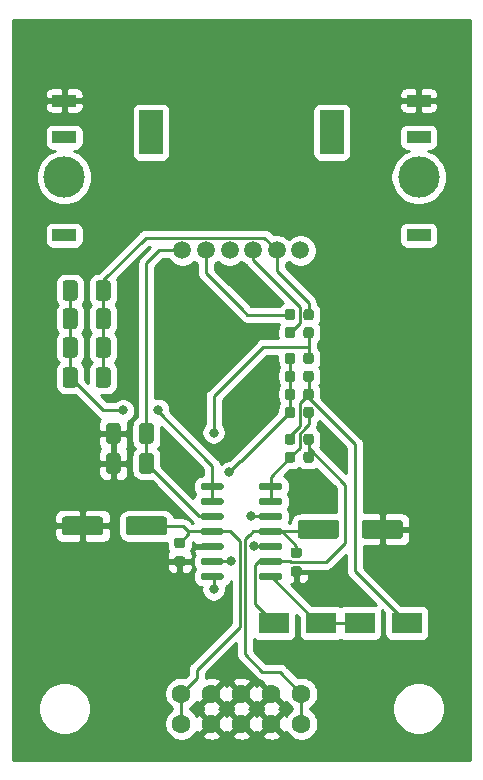
<source format=gbr>
%TF.GenerationSoftware,KiCad,Pcbnew,5.1.6-c6e7f7d~87~ubuntu18.04.1*%
%TF.CreationDate,2020-12-29T19:32:25-08:00*%
%TF.ProjectId,cv-extractor,63762d65-7874-4726-9163-746f722e6b69,rev?*%
%TF.SameCoordinates,Original*%
%TF.FileFunction,Copper,L2,Bot*%
%TF.FilePolarity,Positive*%
%FSLAX46Y46*%
G04 Gerber Fmt 4.6, Leading zero omitted, Abs format (unit mm)*
G04 Created by KiCad (PCBNEW 5.1.6-c6e7f7d~87~ubuntu18.04.1) date 2020-12-29 19:32:25*
%MOMM*%
%LPD*%
G01*
G04 APERTURE LIST*
%TA.AperFunction,ComponentPad*%
%ADD10C,3.500000*%
%TD*%
%TA.AperFunction,ComponentPad*%
%ADD11R,2.000000X1.000000*%
%TD*%
%TA.AperFunction,ComponentPad*%
%ADD12R,2.000000X3.700000*%
%TD*%
%TA.AperFunction,ComponentPad*%
%ADD13C,1.500000*%
%TD*%
%TA.AperFunction,SMDPad,CuDef*%
%ADD14R,2.500000X1.800000*%
%TD*%
%TA.AperFunction,ComponentPad*%
%ADD15C,1.600200*%
%TD*%
%TA.AperFunction,ViaPad*%
%ADD16C,0.800000*%
%TD*%
%TA.AperFunction,Conductor*%
%ADD17C,0.250000*%
%TD*%
%TA.AperFunction,Conductor*%
%ADD18C,0.254000*%
%TD*%
G04 APERTURE END LIST*
D10*
%TO.P,J2,*%
%TO.N,*%
X115000000Y-70000000D03*
D11*
%TO.P,J2,3*%
%TO.N,Net-(C3-Pad2)*%
X115000000Y-74920000D03*
%TO.P,J2,2*%
X115000000Y-66620000D03*
%TO.P,J2,1*%
%TO.N,GND*%
X115000000Y-63520000D03*
%TD*%
%TO.P,C3,2*%
%TO.N,Net-(C3-Pad2)*%
%TA.AperFunction,SMDPad,CuDef*%
G36*
G01*
X86121000Y-78971000D02*
X86121000Y-80221000D01*
G75*
G02*
X85871000Y-80471000I-250000J0D01*
G01*
X85121000Y-80471000D01*
G75*
G02*
X84871000Y-80221000I0J250000D01*
G01*
X84871000Y-78971000D01*
G75*
G02*
X85121000Y-78721000I250000J0D01*
G01*
X85871000Y-78721000D01*
G75*
G02*
X86121000Y-78971000I0J-250000D01*
G01*
G37*
%TD.AperFunction*%
%TO.P,C3,1*%
%TO.N,Net-(C3-Pad1)*%
%TA.AperFunction,SMDPad,CuDef*%
G36*
G01*
X88921000Y-78971000D02*
X88921000Y-80221000D01*
G75*
G02*
X88671000Y-80471000I-250000J0D01*
G01*
X87921000Y-80471000D01*
G75*
G02*
X87671000Y-80221000I0J250000D01*
G01*
X87671000Y-78971000D01*
G75*
G02*
X87921000Y-78721000I250000J0D01*
G01*
X88671000Y-78721000D01*
G75*
G02*
X88921000Y-78971000I0J-250000D01*
G01*
G37*
%TD.AperFunction*%
%TD*%
D12*
%TO.P,RV1,*%
%TO.N,*%
X107650000Y-66200000D03*
D13*
%TO.P,RV1,6*%
%TO.N,Net-(RV1-Pad6)*%
X105000000Y-76200000D03*
%TO.P,RV1,3*%
%TO.N,Net-(C3-Pad1)*%
X103000000Y-76200000D03*
%TO.P,RV1,2*%
%TO.N,Net-(R7-Pad1)*%
X101000000Y-76200000D03*
%TO.P,RV1,1*%
%TO.N,Net-(RV1-Pad1)*%
X99000000Y-76200000D03*
%TO.P,RV1,4*%
%TO.N,Net-(R8-Pad1)*%
X97000000Y-76200000D03*
%TO.P,RV1,5*%
%TO.N,Net-(C1-Pad2)*%
X95000000Y-76200000D03*
D12*
%TO.P,RV1,*%
%TO.N,*%
X92350000Y-66200000D03*
%TD*%
%TO.P,C1,2*%
%TO.N,Net-(C1-Pad2)*%
%TA.AperFunction,SMDPad,CuDef*%
G36*
G01*
X91329000Y-92319000D02*
X91329000Y-91069000D01*
G75*
G02*
X91579000Y-90819000I250000J0D01*
G01*
X92329000Y-90819000D01*
G75*
G02*
X92579000Y-91069000I0J-250000D01*
G01*
X92579000Y-92319000D01*
G75*
G02*
X92329000Y-92569000I-250000J0D01*
G01*
X91579000Y-92569000D01*
G75*
G02*
X91329000Y-92319000I0J250000D01*
G01*
G37*
%TD.AperFunction*%
%TO.P,C1,1*%
%TO.N,GND*%
%TA.AperFunction,SMDPad,CuDef*%
G36*
G01*
X88529000Y-92319000D02*
X88529000Y-91069000D01*
G75*
G02*
X88779000Y-90819000I250000J0D01*
G01*
X89529000Y-90819000D01*
G75*
G02*
X89779000Y-91069000I0J-250000D01*
G01*
X89779000Y-92319000D01*
G75*
G02*
X89529000Y-92569000I-250000J0D01*
G01*
X88779000Y-92569000D01*
G75*
G02*
X88529000Y-92319000I0J250000D01*
G01*
G37*
%TD.AperFunction*%
%TD*%
%TO.P,C2,2*%
%TO.N,Net-(C1-Pad2)*%
%TA.AperFunction,SMDPad,CuDef*%
G36*
G01*
X91329000Y-94859000D02*
X91329000Y-93609000D01*
G75*
G02*
X91579000Y-93359000I250000J0D01*
G01*
X92329000Y-93359000D01*
G75*
G02*
X92579000Y-93609000I0J-250000D01*
G01*
X92579000Y-94859000D01*
G75*
G02*
X92329000Y-95109000I-250000J0D01*
G01*
X91579000Y-95109000D01*
G75*
G02*
X91329000Y-94859000I0J250000D01*
G01*
G37*
%TD.AperFunction*%
%TO.P,C2,1*%
%TO.N,GND*%
%TA.AperFunction,SMDPad,CuDef*%
G36*
G01*
X88529000Y-94859000D02*
X88529000Y-93609000D01*
G75*
G02*
X88779000Y-93359000I250000J0D01*
G01*
X89529000Y-93359000D01*
G75*
G02*
X89779000Y-93609000I0J-250000D01*
G01*
X89779000Y-94859000D01*
G75*
G02*
X89529000Y-95109000I-250000J0D01*
G01*
X88779000Y-95109000D01*
G75*
G02*
X88529000Y-94859000I0J250000D01*
G01*
G37*
%TD.AperFunction*%
%TD*%
%TO.P,C4,2*%
%TO.N,Net-(C3-Pad2)*%
%TA.AperFunction,SMDPad,CuDef*%
G36*
G01*
X86121000Y-81361000D02*
X86121000Y-82611000D01*
G75*
G02*
X85871000Y-82861000I-250000J0D01*
G01*
X85121000Y-82861000D01*
G75*
G02*
X84871000Y-82611000I0J250000D01*
G01*
X84871000Y-81361000D01*
G75*
G02*
X85121000Y-81111000I250000J0D01*
G01*
X85871000Y-81111000D01*
G75*
G02*
X86121000Y-81361000I0J-250000D01*
G01*
G37*
%TD.AperFunction*%
%TO.P,C4,1*%
%TO.N,Net-(C3-Pad1)*%
%TA.AperFunction,SMDPad,CuDef*%
G36*
G01*
X88921000Y-81361000D02*
X88921000Y-82611000D01*
G75*
G02*
X88671000Y-82861000I-250000J0D01*
G01*
X87921000Y-82861000D01*
G75*
G02*
X87671000Y-82611000I0J250000D01*
G01*
X87671000Y-81361000D01*
G75*
G02*
X87921000Y-81111000I250000J0D01*
G01*
X88671000Y-81111000D01*
G75*
G02*
X88921000Y-81361000I0J-250000D01*
G01*
G37*
%TD.AperFunction*%
%TD*%
%TO.P,C5,2*%
%TO.N,Net-(C3-Pad2)*%
%TA.AperFunction,SMDPad,CuDef*%
G36*
G01*
X86121000Y-83797000D02*
X86121000Y-85047000D01*
G75*
G02*
X85871000Y-85297000I-250000J0D01*
G01*
X85121000Y-85297000D01*
G75*
G02*
X84871000Y-85047000I0J250000D01*
G01*
X84871000Y-83797000D01*
G75*
G02*
X85121000Y-83547000I250000J0D01*
G01*
X85871000Y-83547000D01*
G75*
G02*
X86121000Y-83797000I0J-250000D01*
G01*
G37*
%TD.AperFunction*%
%TO.P,C5,1*%
%TO.N,Net-(C3-Pad1)*%
%TA.AperFunction,SMDPad,CuDef*%
G36*
G01*
X88921000Y-83797000D02*
X88921000Y-85047000D01*
G75*
G02*
X88671000Y-85297000I-250000J0D01*
G01*
X87921000Y-85297000D01*
G75*
G02*
X87671000Y-85047000I0J250000D01*
G01*
X87671000Y-83797000D01*
G75*
G02*
X87921000Y-83547000I250000J0D01*
G01*
X88671000Y-83547000D01*
G75*
G02*
X88921000Y-83797000I0J-250000D01*
G01*
G37*
%TD.AperFunction*%
%TD*%
%TO.P,C6,2*%
%TO.N,Net-(C3-Pad2)*%
%TA.AperFunction,SMDPad,CuDef*%
G36*
G01*
X86121000Y-86337000D02*
X86121000Y-87587000D01*
G75*
G02*
X85871000Y-87837000I-250000J0D01*
G01*
X85121000Y-87837000D01*
G75*
G02*
X84871000Y-87587000I0J250000D01*
G01*
X84871000Y-86337000D01*
G75*
G02*
X85121000Y-86087000I250000J0D01*
G01*
X85871000Y-86087000D01*
G75*
G02*
X86121000Y-86337000I0J-250000D01*
G01*
G37*
%TD.AperFunction*%
%TO.P,C6,1*%
%TO.N,Net-(C3-Pad1)*%
%TA.AperFunction,SMDPad,CuDef*%
G36*
G01*
X88921000Y-86337000D02*
X88921000Y-87587000D01*
G75*
G02*
X88671000Y-87837000I-250000J0D01*
G01*
X87921000Y-87837000D01*
G75*
G02*
X87671000Y-87587000I0J250000D01*
G01*
X87671000Y-86337000D01*
G75*
G02*
X87921000Y-86087000I250000J0D01*
G01*
X88671000Y-86087000D01*
G75*
G02*
X88921000Y-86337000I0J-250000D01*
G01*
G37*
%TD.AperFunction*%
%TD*%
%TO.P,C7,2*%
%TO.N,GND*%
%TA.AperFunction,SMDPad,CuDef*%
G36*
G01*
X110170000Y-100372000D02*
X110170000Y-99272000D01*
G75*
G02*
X110420000Y-99022000I250000J0D01*
G01*
X113420000Y-99022000D01*
G75*
G02*
X113670000Y-99272000I0J-250000D01*
G01*
X113670000Y-100372000D01*
G75*
G02*
X113420000Y-100622000I-250000J0D01*
G01*
X110420000Y-100622000D01*
G75*
G02*
X110170000Y-100372000I0J250000D01*
G01*
G37*
%TD.AperFunction*%
%TO.P,C7,1*%
%TO.N,+12V*%
%TA.AperFunction,SMDPad,CuDef*%
G36*
G01*
X104770000Y-100372000D02*
X104770000Y-99272000D01*
G75*
G02*
X105020000Y-99022000I250000J0D01*
G01*
X108020000Y-99022000D01*
G75*
G02*
X108270000Y-99272000I0J-250000D01*
G01*
X108270000Y-100372000D01*
G75*
G02*
X108020000Y-100622000I-250000J0D01*
G01*
X105020000Y-100622000D01*
G75*
G02*
X104770000Y-100372000I0J250000D01*
G01*
G37*
%TD.AperFunction*%
%TD*%
%TO.P,C8,2*%
%TO.N,-12V*%
%TA.AperFunction,SMDPad,CuDef*%
G36*
G01*
X90200000Y-100075000D02*
X90200000Y-98975000D01*
G75*
G02*
X90450000Y-98725000I250000J0D01*
G01*
X93450000Y-98725000D01*
G75*
G02*
X93700000Y-98975000I0J-250000D01*
G01*
X93700000Y-100075000D01*
G75*
G02*
X93450000Y-100325000I-250000J0D01*
G01*
X90450000Y-100325000D01*
G75*
G02*
X90200000Y-100075000I0J250000D01*
G01*
G37*
%TD.AperFunction*%
%TO.P,C8,1*%
%TO.N,GND*%
%TA.AperFunction,SMDPad,CuDef*%
G36*
G01*
X84800000Y-100075000D02*
X84800000Y-98975000D01*
G75*
G02*
X85050000Y-98725000I250000J0D01*
G01*
X88050000Y-98725000D01*
G75*
G02*
X88300000Y-98975000I0J-250000D01*
G01*
X88300000Y-100075000D01*
G75*
G02*
X88050000Y-100325000I-250000J0D01*
G01*
X85050000Y-100325000D01*
G75*
G02*
X84800000Y-100075000I0J250000D01*
G01*
G37*
%TD.AperFunction*%
%TD*%
%TO.P,C9,2*%
%TO.N,+12V*%
%TA.AperFunction,SMDPad,CuDef*%
G36*
G01*
X104904250Y-102240500D02*
X104391750Y-102240500D01*
G75*
G02*
X104173000Y-102021750I0J218750D01*
G01*
X104173000Y-101584250D01*
G75*
G02*
X104391750Y-101365500I218750J0D01*
G01*
X104904250Y-101365500D01*
G75*
G02*
X105123000Y-101584250I0J-218750D01*
G01*
X105123000Y-102021750D01*
G75*
G02*
X104904250Y-102240500I-218750J0D01*
G01*
G37*
%TD.AperFunction*%
%TO.P,C9,1*%
%TO.N,GND*%
%TA.AperFunction,SMDPad,CuDef*%
G36*
G01*
X104904250Y-103815500D02*
X104391750Y-103815500D01*
G75*
G02*
X104173000Y-103596750I0J218750D01*
G01*
X104173000Y-103159250D01*
G75*
G02*
X104391750Y-102940500I218750J0D01*
G01*
X104904250Y-102940500D01*
G75*
G02*
X105123000Y-103159250I0J-218750D01*
G01*
X105123000Y-103596750D01*
G75*
G02*
X104904250Y-103815500I-218750J0D01*
G01*
G37*
%TD.AperFunction*%
%TD*%
%TO.P,C10,2*%
%TO.N,GND*%
%TA.AperFunction,SMDPad,CuDef*%
G36*
G01*
X94518750Y-102100000D02*
X95031250Y-102100000D01*
G75*
G02*
X95250000Y-102318750I0J-218750D01*
G01*
X95250000Y-102756250D01*
G75*
G02*
X95031250Y-102975000I-218750J0D01*
G01*
X94518750Y-102975000D01*
G75*
G02*
X94300000Y-102756250I0J218750D01*
G01*
X94300000Y-102318750D01*
G75*
G02*
X94518750Y-102100000I218750J0D01*
G01*
G37*
%TD.AperFunction*%
%TO.P,C10,1*%
%TO.N,-12V*%
%TA.AperFunction,SMDPad,CuDef*%
G36*
G01*
X94518750Y-100525000D02*
X95031250Y-100525000D01*
G75*
G02*
X95250000Y-100743750I0J-218750D01*
G01*
X95250000Y-101181250D01*
G75*
G02*
X95031250Y-101400000I-218750J0D01*
G01*
X94518750Y-101400000D01*
G75*
G02*
X94300000Y-101181250I0J218750D01*
G01*
X94300000Y-100743750D01*
G75*
G02*
X94518750Y-100525000I218750J0D01*
G01*
G37*
%TD.AperFunction*%
%TD*%
D14*
%TO.P,D1,2*%
%TO.N,Net-(D1-Pad2)*%
X106750000Y-107750000D03*
%TO.P,D1,1*%
%TO.N,Net-(D1-Pad1)*%
X102750000Y-107750000D03*
%TD*%
%TO.P,D2,2*%
%TO.N,Net-(D2-Pad2)*%
X114000000Y-107750000D03*
%TO.P,D2,1*%
%TO.N,Net-(D1-Pad2)*%
X110000000Y-107750000D03*
%TD*%
D10*
%TO.P,J1,*%
%TO.N,*%
X85000000Y-70000000D03*
D11*
%TO.P,J1,3*%
%TO.N,Net-(J1-Pad2)*%
X85000000Y-74920000D03*
%TO.P,J1,2*%
X85000000Y-66620000D03*
%TO.P,J1,1*%
%TO.N,GND*%
X85000000Y-63520000D03*
%TD*%
D15*
%TO.P,X1,10*%
%TO.N,+12V*%
X105080000Y-116270000D03*
%TO.P,X1,9*%
X105080000Y-113730000D03*
%TO.P,X1,8*%
%TO.N,GND*%
X102540000Y-116270000D03*
%TO.P,X1,7*%
X102540000Y-113730000D03*
%TO.P,X1,6*%
X100000000Y-116270000D03*
%TO.P,X1,5*%
X100000000Y-113730000D03*
%TO.P,X1,4*%
X97460000Y-116270000D03*
%TO.P,X1,3*%
X97460000Y-113730000D03*
%TO.P,X1,2*%
%TO.N,-12V*%
X94920000Y-116270000D03*
%TO.P,X1,1*%
X94920000Y-113730000D03*
%TD*%
%TO.P,R1,2*%
%TO.N,Net-(R1-Pad2)*%
%TA.AperFunction,SMDPad,CuDef*%
G36*
G01*
X104552000Y-93457750D02*
X104552000Y-93970250D01*
G75*
G02*
X104333250Y-94189000I-218750J0D01*
G01*
X103895750Y-94189000D01*
G75*
G02*
X103677000Y-93970250I0J218750D01*
G01*
X103677000Y-93457750D01*
G75*
G02*
X103895750Y-93239000I218750J0D01*
G01*
X104333250Y-93239000D01*
G75*
G02*
X104552000Y-93457750I0J-218750D01*
G01*
G37*
%TD.AperFunction*%
%TO.P,R1,1*%
%TO.N,Net-(D1-Pad1)*%
%TA.AperFunction,SMDPad,CuDef*%
G36*
G01*
X106127000Y-93457750D02*
X106127000Y-93970250D01*
G75*
G02*
X105908250Y-94189000I-218750J0D01*
G01*
X105470750Y-94189000D01*
G75*
G02*
X105252000Y-93970250I0J218750D01*
G01*
X105252000Y-93457750D01*
G75*
G02*
X105470750Y-93239000I218750J0D01*
G01*
X105908250Y-93239000D01*
G75*
G02*
X106127000Y-93457750I0J-218750D01*
G01*
G37*
%TD.AperFunction*%
%TD*%
%TO.P,R2,2*%
%TO.N,Net-(D1-Pad1)*%
%TA.AperFunction,SMDPad,CuDef*%
G36*
G01*
X105252000Y-92446250D02*
X105252000Y-91933750D01*
G75*
G02*
X105470750Y-91715000I218750J0D01*
G01*
X105908250Y-91715000D01*
G75*
G02*
X106127000Y-91933750I0J-218750D01*
G01*
X106127000Y-92446250D01*
G75*
G02*
X105908250Y-92665000I-218750J0D01*
G01*
X105470750Y-92665000D01*
G75*
G02*
X105252000Y-92446250I0J218750D01*
G01*
G37*
%TD.AperFunction*%
%TO.P,R2,1*%
%TO.N,Net-(D2-Pad2)*%
%TA.AperFunction,SMDPad,CuDef*%
G36*
G01*
X103677000Y-92446250D02*
X103677000Y-91933750D01*
G75*
G02*
X103895750Y-91715000I218750J0D01*
G01*
X104333250Y-91715000D01*
G75*
G02*
X104552000Y-91933750I0J-218750D01*
G01*
X104552000Y-92446250D01*
G75*
G02*
X104333250Y-92665000I-218750J0D01*
G01*
X103895750Y-92665000D01*
G75*
G02*
X103677000Y-92446250I0J218750D01*
G01*
G37*
%TD.AperFunction*%
%TD*%
%TO.P,R3,2*%
%TO.N,Net-(R1-Pad2)*%
%TA.AperFunction,SMDPad,CuDef*%
G36*
G01*
X105252000Y-90172250D02*
X105252000Y-89659750D01*
G75*
G02*
X105470750Y-89441000I218750J0D01*
G01*
X105908250Y-89441000D01*
G75*
G02*
X106127000Y-89659750I0J-218750D01*
G01*
X106127000Y-90172250D01*
G75*
G02*
X105908250Y-90391000I-218750J0D01*
G01*
X105470750Y-90391000D01*
G75*
G02*
X105252000Y-90172250I0J218750D01*
G01*
G37*
%TD.AperFunction*%
%TO.P,R3,1*%
%TO.N,Net-(R3-Pad1)*%
%TA.AperFunction,SMDPad,CuDef*%
G36*
G01*
X103677000Y-90172250D02*
X103677000Y-89659750D01*
G75*
G02*
X103895750Y-89441000I218750J0D01*
G01*
X104333250Y-89441000D01*
G75*
G02*
X104552000Y-89659750I0J-218750D01*
G01*
X104552000Y-90172250D01*
G75*
G02*
X104333250Y-90391000I-218750J0D01*
G01*
X103895750Y-90391000D01*
G75*
G02*
X103677000Y-90172250I0J218750D01*
G01*
G37*
%TD.AperFunction*%
%TD*%
%TO.P,R4,2*%
%TO.N,Net-(D2-Pad2)*%
%TA.AperFunction,SMDPad,CuDef*%
G36*
G01*
X105252000Y-88648250D02*
X105252000Y-88135750D01*
G75*
G02*
X105470750Y-87917000I218750J0D01*
G01*
X105908250Y-87917000D01*
G75*
G02*
X106127000Y-88135750I0J-218750D01*
G01*
X106127000Y-88648250D01*
G75*
G02*
X105908250Y-88867000I-218750J0D01*
G01*
X105470750Y-88867000D01*
G75*
G02*
X105252000Y-88648250I0J218750D01*
G01*
G37*
%TD.AperFunction*%
%TO.P,R4,1*%
%TO.N,Net-(R3-Pad1)*%
%TA.AperFunction,SMDPad,CuDef*%
G36*
G01*
X103677000Y-88648250D02*
X103677000Y-88135750D01*
G75*
G02*
X103895750Y-87917000I218750J0D01*
G01*
X104333250Y-87917000D01*
G75*
G02*
X104552000Y-88135750I0J-218750D01*
G01*
X104552000Y-88648250D01*
G75*
G02*
X104333250Y-88867000I-218750J0D01*
G01*
X103895750Y-88867000D01*
G75*
G02*
X103677000Y-88648250I0J218750D01*
G01*
G37*
%TD.AperFunction*%
%TD*%
%TO.P,R5,2*%
%TO.N,Net-(D2-Pad2)*%
%TA.AperFunction,SMDPad,CuDef*%
G36*
G01*
X105252000Y-87124250D02*
X105252000Y-86611750D01*
G75*
G02*
X105470750Y-86393000I218750J0D01*
G01*
X105908250Y-86393000D01*
G75*
G02*
X106127000Y-86611750I0J-218750D01*
G01*
X106127000Y-87124250D01*
G75*
G02*
X105908250Y-87343000I-218750J0D01*
G01*
X105470750Y-87343000D01*
G75*
G02*
X105252000Y-87124250I0J218750D01*
G01*
G37*
%TD.AperFunction*%
%TO.P,R5,1*%
%TO.N,Net-(R3-Pad1)*%
%TA.AperFunction,SMDPad,CuDef*%
G36*
G01*
X103677000Y-87124250D02*
X103677000Y-86611750D01*
G75*
G02*
X103895750Y-86393000I218750J0D01*
G01*
X104333250Y-86393000D01*
G75*
G02*
X104552000Y-86611750I0J-218750D01*
G01*
X104552000Y-87124250D01*
G75*
G02*
X104333250Y-87343000I-218750J0D01*
G01*
X103895750Y-87343000D01*
G75*
G02*
X103677000Y-87124250I0J218750D01*
G01*
G37*
%TD.AperFunction*%
%TD*%
%TO.P,R6,2*%
%TO.N,Net-(R3-Pad1)*%
%TA.AperFunction,SMDPad,CuDef*%
G36*
G01*
X104552000Y-85087750D02*
X104552000Y-85600250D01*
G75*
G02*
X104333250Y-85819000I-218750J0D01*
G01*
X103895750Y-85819000D01*
G75*
G02*
X103677000Y-85600250I0J218750D01*
G01*
X103677000Y-85087750D01*
G75*
G02*
X103895750Y-84869000I218750J0D01*
G01*
X104333250Y-84869000D01*
G75*
G02*
X104552000Y-85087750I0J-218750D01*
G01*
G37*
%TD.AperFunction*%
%TO.P,R6,1*%
%TO.N,Net-(R6-Pad1)*%
%TA.AperFunction,SMDPad,CuDef*%
G36*
G01*
X106127000Y-85087750D02*
X106127000Y-85600250D01*
G75*
G02*
X105908250Y-85819000I-218750J0D01*
G01*
X105470750Y-85819000D01*
G75*
G02*
X105252000Y-85600250I0J218750D01*
G01*
X105252000Y-85087750D01*
G75*
G02*
X105470750Y-84869000I218750J0D01*
G01*
X105908250Y-84869000D01*
G75*
G02*
X106127000Y-85087750I0J-218750D01*
G01*
G37*
%TD.AperFunction*%
%TD*%
%TO.P,R7,2*%
%TO.N,Net-(R6-Pad1)*%
%TA.AperFunction,SMDPad,CuDef*%
G36*
G01*
X105252000Y-83426250D02*
X105252000Y-82913750D01*
G75*
G02*
X105470750Y-82695000I218750J0D01*
G01*
X105908250Y-82695000D01*
G75*
G02*
X106127000Y-82913750I0J-218750D01*
G01*
X106127000Y-83426250D01*
G75*
G02*
X105908250Y-83645000I-218750J0D01*
G01*
X105470750Y-83645000D01*
G75*
G02*
X105252000Y-83426250I0J218750D01*
G01*
G37*
%TD.AperFunction*%
%TO.P,R7,1*%
%TO.N,Net-(R7-Pad1)*%
%TA.AperFunction,SMDPad,CuDef*%
G36*
G01*
X103677000Y-83426250D02*
X103677000Y-82913750D01*
G75*
G02*
X103895750Y-82695000I218750J0D01*
G01*
X104333250Y-82695000D01*
G75*
G02*
X104552000Y-82913750I0J-218750D01*
G01*
X104552000Y-83426250D01*
G75*
G02*
X104333250Y-83645000I-218750J0D01*
G01*
X103895750Y-83645000D01*
G75*
G02*
X103677000Y-83426250I0J218750D01*
G01*
G37*
%TD.AperFunction*%
%TD*%
%TO.P,R8,2*%
%TO.N,Net-(C3-Pad1)*%
%TA.AperFunction,SMDPad,CuDef*%
G36*
G01*
X105252000Y-81902250D02*
X105252000Y-81389750D01*
G75*
G02*
X105470750Y-81171000I218750J0D01*
G01*
X105908250Y-81171000D01*
G75*
G02*
X106127000Y-81389750I0J-218750D01*
G01*
X106127000Y-81902250D01*
G75*
G02*
X105908250Y-82121000I-218750J0D01*
G01*
X105470750Y-82121000D01*
G75*
G02*
X105252000Y-81902250I0J218750D01*
G01*
G37*
%TD.AperFunction*%
%TO.P,R8,1*%
%TO.N,Net-(R8-Pad1)*%
%TA.AperFunction,SMDPad,CuDef*%
G36*
G01*
X103677000Y-81902250D02*
X103677000Y-81389750D01*
G75*
G02*
X103895750Y-81171000I218750J0D01*
G01*
X104333250Y-81171000D01*
G75*
G02*
X104552000Y-81389750I0J-218750D01*
G01*
X104552000Y-81902250D01*
G75*
G02*
X104333250Y-82121000I-218750J0D01*
G01*
X103895750Y-82121000D01*
G75*
G02*
X103677000Y-81902250I0J218750D01*
G01*
G37*
%TD.AperFunction*%
%TD*%
%TO.P,U1,14*%
%TO.N,Net-(C3-Pad2)*%
%TA.AperFunction,SMDPad,CuDef*%
G36*
G01*
X98500000Y-96040000D02*
X98500000Y-96340000D01*
G75*
G02*
X98350000Y-96490000I-150000J0D01*
G01*
X96700000Y-96490000D01*
G75*
G02*
X96550000Y-96340000I0J150000D01*
G01*
X96550000Y-96040000D01*
G75*
G02*
X96700000Y-95890000I150000J0D01*
G01*
X98350000Y-95890000D01*
G75*
G02*
X98500000Y-96040000I0J-150000D01*
G01*
G37*
%TD.AperFunction*%
%TO.P,U1,13*%
%TA.AperFunction,SMDPad,CuDef*%
G36*
G01*
X98500000Y-97310000D02*
X98500000Y-97610000D01*
G75*
G02*
X98350000Y-97760000I-150000J0D01*
G01*
X96700000Y-97760000D01*
G75*
G02*
X96550000Y-97610000I0J150000D01*
G01*
X96550000Y-97310000D01*
G75*
G02*
X96700000Y-97160000I150000J0D01*
G01*
X98350000Y-97160000D01*
G75*
G02*
X98500000Y-97310000I0J-150000D01*
G01*
G37*
%TD.AperFunction*%
%TO.P,U1,12*%
%TO.N,Net-(C1-Pad2)*%
%TA.AperFunction,SMDPad,CuDef*%
G36*
G01*
X98500000Y-98580000D02*
X98500000Y-98880000D01*
G75*
G02*
X98350000Y-99030000I-150000J0D01*
G01*
X96700000Y-99030000D01*
G75*
G02*
X96550000Y-98880000I0J150000D01*
G01*
X96550000Y-98580000D01*
G75*
G02*
X96700000Y-98430000I150000J0D01*
G01*
X98350000Y-98430000D01*
G75*
G02*
X98500000Y-98580000I0J-150000D01*
G01*
G37*
%TD.AperFunction*%
%TO.P,U1,11*%
%TO.N,-12V*%
%TA.AperFunction,SMDPad,CuDef*%
G36*
G01*
X98500000Y-99850000D02*
X98500000Y-100150000D01*
G75*
G02*
X98350000Y-100300000I-150000J0D01*
G01*
X96700000Y-100300000D01*
G75*
G02*
X96550000Y-100150000I0J150000D01*
G01*
X96550000Y-99850000D01*
G75*
G02*
X96700000Y-99700000I150000J0D01*
G01*
X98350000Y-99700000D01*
G75*
G02*
X98500000Y-99850000I0J-150000D01*
G01*
G37*
%TD.AperFunction*%
%TO.P,U1,10*%
%TO.N,GND*%
%TA.AperFunction,SMDPad,CuDef*%
G36*
G01*
X98500000Y-101120000D02*
X98500000Y-101420000D01*
G75*
G02*
X98350000Y-101570000I-150000J0D01*
G01*
X96700000Y-101570000D01*
G75*
G02*
X96550000Y-101420000I0J150000D01*
G01*
X96550000Y-101120000D01*
G75*
G02*
X96700000Y-100970000I150000J0D01*
G01*
X98350000Y-100970000D01*
G75*
G02*
X98500000Y-101120000I0J-150000D01*
G01*
G37*
%TD.AperFunction*%
%TO.P,U1,9*%
%TO.N,Net-(R3-Pad1)*%
%TA.AperFunction,SMDPad,CuDef*%
G36*
G01*
X98500000Y-102390000D02*
X98500000Y-102690000D01*
G75*
G02*
X98350000Y-102840000I-150000J0D01*
G01*
X96700000Y-102840000D01*
G75*
G02*
X96550000Y-102690000I0J150000D01*
G01*
X96550000Y-102390000D01*
G75*
G02*
X96700000Y-102240000I150000J0D01*
G01*
X98350000Y-102240000D01*
G75*
G02*
X98500000Y-102390000I0J-150000D01*
G01*
G37*
%TD.AperFunction*%
%TO.P,U1,8*%
%TO.N,Net-(R6-Pad1)*%
%TA.AperFunction,SMDPad,CuDef*%
G36*
G01*
X98500000Y-103660000D02*
X98500000Y-103960000D01*
G75*
G02*
X98350000Y-104110000I-150000J0D01*
G01*
X96700000Y-104110000D01*
G75*
G02*
X96550000Y-103960000I0J150000D01*
G01*
X96550000Y-103660000D01*
G75*
G02*
X96700000Y-103510000I150000J0D01*
G01*
X98350000Y-103510000D01*
G75*
G02*
X98500000Y-103660000I0J-150000D01*
G01*
G37*
%TD.AperFunction*%
%TO.P,U1,7*%
%TO.N,Net-(D1-Pad2)*%
%TA.AperFunction,SMDPad,CuDef*%
G36*
G01*
X103450000Y-103660000D02*
X103450000Y-103960000D01*
G75*
G02*
X103300000Y-104110000I-150000J0D01*
G01*
X101650000Y-104110000D01*
G75*
G02*
X101500000Y-103960000I0J150000D01*
G01*
X101500000Y-103660000D01*
G75*
G02*
X101650000Y-103510000I150000J0D01*
G01*
X103300000Y-103510000D01*
G75*
G02*
X103450000Y-103660000I0J-150000D01*
G01*
G37*
%TD.AperFunction*%
%TO.P,U1,6*%
%TO.N,Net-(D1-Pad1)*%
%TA.AperFunction,SMDPad,CuDef*%
G36*
G01*
X103450000Y-102390000D02*
X103450000Y-102690000D01*
G75*
G02*
X103300000Y-102840000I-150000J0D01*
G01*
X101650000Y-102840000D01*
G75*
G02*
X101500000Y-102690000I0J150000D01*
G01*
X101500000Y-102390000D01*
G75*
G02*
X101650000Y-102240000I150000J0D01*
G01*
X103300000Y-102240000D01*
G75*
G02*
X103450000Y-102390000I0J-150000D01*
G01*
G37*
%TD.AperFunction*%
%TO.P,U1,5*%
%TO.N,GND*%
%TA.AperFunction,SMDPad,CuDef*%
G36*
G01*
X103450000Y-101120000D02*
X103450000Y-101420000D01*
G75*
G02*
X103300000Y-101570000I-150000J0D01*
G01*
X101650000Y-101570000D01*
G75*
G02*
X101500000Y-101420000I0J150000D01*
G01*
X101500000Y-101120000D01*
G75*
G02*
X101650000Y-100970000I150000J0D01*
G01*
X103300000Y-100970000D01*
G75*
G02*
X103450000Y-101120000I0J-150000D01*
G01*
G37*
%TD.AperFunction*%
%TO.P,U1,4*%
%TO.N,+12V*%
%TA.AperFunction,SMDPad,CuDef*%
G36*
G01*
X103450000Y-99850000D02*
X103450000Y-100150000D01*
G75*
G02*
X103300000Y-100300000I-150000J0D01*
G01*
X101650000Y-100300000D01*
G75*
G02*
X101500000Y-100150000I0J150000D01*
G01*
X101500000Y-99850000D01*
G75*
G02*
X101650000Y-99700000I150000J0D01*
G01*
X103300000Y-99700000D01*
G75*
G02*
X103450000Y-99850000I0J-150000D01*
G01*
G37*
%TD.AperFunction*%
%TO.P,U1,3*%
%TO.N,Net-(J1-Pad2)*%
%TA.AperFunction,SMDPad,CuDef*%
G36*
G01*
X103450000Y-98580000D02*
X103450000Y-98880000D01*
G75*
G02*
X103300000Y-99030000I-150000J0D01*
G01*
X101650000Y-99030000D01*
G75*
G02*
X101500000Y-98880000I0J150000D01*
G01*
X101500000Y-98580000D01*
G75*
G02*
X101650000Y-98430000I150000J0D01*
G01*
X103300000Y-98430000D01*
G75*
G02*
X103450000Y-98580000I0J-150000D01*
G01*
G37*
%TD.AperFunction*%
%TO.P,U1,2*%
%TO.N,Net-(R1-Pad2)*%
%TA.AperFunction,SMDPad,CuDef*%
G36*
G01*
X103450000Y-97310000D02*
X103450000Y-97610000D01*
G75*
G02*
X103300000Y-97760000I-150000J0D01*
G01*
X101650000Y-97760000D01*
G75*
G02*
X101500000Y-97610000I0J150000D01*
G01*
X101500000Y-97310000D01*
G75*
G02*
X101650000Y-97160000I150000J0D01*
G01*
X103300000Y-97160000D01*
G75*
G02*
X103450000Y-97310000I0J-150000D01*
G01*
G37*
%TD.AperFunction*%
%TO.P,U1,1*%
%TA.AperFunction,SMDPad,CuDef*%
G36*
G01*
X103450000Y-96040000D02*
X103450000Y-96340000D01*
G75*
G02*
X103300000Y-96490000I-150000J0D01*
G01*
X101650000Y-96490000D01*
G75*
G02*
X101500000Y-96340000I0J150000D01*
G01*
X101500000Y-96040000D01*
G75*
G02*
X101650000Y-95890000I150000J0D01*
G01*
X103300000Y-95890000D01*
G75*
G02*
X103450000Y-96040000I0J-150000D01*
G01*
G37*
%TD.AperFunction*%
%TD*%
D16*
%TO.N,GND*%
X107775000Y-104775000D03*
X105400000Y-96750000D03*
X96325000Y-84000000D03*
X100600000Y-88225000D03*
X100025000Y-78850000D03*
X94750000Y-93825000D03*
X107475000Y-93050000D03*
X101050000Y-101250000D03*
%TO.N,Net-(J1-Pad2)*%
X100800000Y-98725000D03*
%TO.N,Net-(R3-Pad1)*%
X98987500Y-94987500D03*
X99115000Y-102540000D03*
%TO.N,Net-(C3-Pad2)*%
X92950000Y-89700000D03*
X89975000Y-89750000D03*
%TO.N,Net-(R6-Pad1)*%
X97650000Y-91625000D03*
X97650000Y-104900000D03*
%TD*%
D17*
%TO.N,Net-(C1-Pad2)*%
X91954000Y-91694000D02*
X91954000Y-94234000D01*
X92054000Y-94234000D02*
X91954000Y-94234000D01*
X97525000Y-98730000D02*
X96550000Y-98730000D01*
X96450000Y-98730000D02*
X91954000Y-94234000D01*
X97525000Y-98730000D02*
X96450000Y-98730000D01*
X91954000Y-77290000D02*
X93044000Y-76200000D01*
X91954000Y-91694000D02*
X91954000Y-77290000D01*
%TO.N,Net-(D1-Pad1)*%
X105689500Y-93714000D02*
X105689500Y-92190000D01*
X101500000Y-102540000D02*
X102475000Y-102540000D01*
X101174990Y-102865010D02*
X101500000Y-102540000D01*
X101174990Y-106174990D02*
X101174990Y-102865010D01*
X102750000Y-107750000D02*
X101174990Y-106174990D01*
X104166516Y-102565510D02*
X107184490Y-102565510D01*
X102475000Y-102540000D02*
X104141006Y-102540000D01*
X104141006Y-102540000D02*
X104166516Y-102565510D01*
X107184490Y-102565510D02*
X108750000Y-101000000D01*
X108750000Y-96024500D02*
X105689500Y-92964000D01*
X108750000Y-101000000D02*
X108750000Y-96024500D01*
%TO.N,Net-(D1-Pad2)*%
X106415000Y-107750000D02*
X102475000Y-103810000D01*
X106750000Y-107750000D02*
X106415000Y-107750000D01*
X106750000Y-107750000D02*
X110000000Y-107750000D01*
%TO.N,Net-(D2-Pad2)*%
X105689500Y-86868000D02*
X105689500Y-88392000D01*
X104114500Y-91884596D02*
X104114500Y-92190000D01*
X104926990Y-91072106D02*
X104114500Y-91884596D01*
X104926990Y-89154510D02*
X104926990Y-91072106D01*
X105689500Y-88392000D02*
X104926990Y-89154510D01*
X105689500Y-88672006D02*
X109625000Y-92607506D01*
X105689500Y-88392000D02*
X105689500Y-88672006D01*
X109625000Y-103375000D02*
X114000000Y-107750000D01*
X109625000Y-92607506D02*
X109625000Y-103375000D01*
%TO.N,GND*%
X100970000Y-101270000D02*
X100875000Y-101175000D01*
X102475000Y-101270000D02*
X100970000Y-101270000D01*
%TO.N,Net-(J1-Pad2)*%
X100805000Y-98730000D02*
X100800000Y-98725000D01*
X102475000Y-98730000D02*
X100805000Y-98730000D01*
%TO.N,Net-(R1-Pad2)*%
X102475000Y-95353500D02*
X104114500Y-93714000D01*
X102475000Y-97460000D02*
X102475000Y-96190000D01*
X105689500Y-90196006D02*
X105689500Y-89916000D01*
X104926990Y-91708516D02*
X105376999Y-91258507D01*
X105689500Y-90939500D02*
X105689500Y-89916000D01*
X105376999Y-91252001D02*
X105689500Y-90939500D01*
X105376999Y-91258507D02*
X105376999Y-91252001D01*
X104926990Y-92901510D02*
X104926990Y-91708516D01*
X104114500Y-93714000D02*
X104926990Y-92901510D01*
X102475000Y-95353500D02*
X102475000Y-96190000D01*
%TO.N,Net-(R3-Pad1)*%
X104114500Y-86868000D02*
X104114500Y-88392000D01*
X104114500Y-88392000D02*
X104114500Y-89916000D01*
X104114500Y-86868000D02*
X104114500Y-85344000D01*
X97485000Y-102500000D02*
X97525000Y-102540000D01*
X97525000Y-102540000D02*
X97148232Y-102540000D01*
X97371990Y-102386990D02*
X97525000Y-102540000D01*
X104114500Y-89916000D02*
X99965250Y-94065250D01*
X99965250Y-94065250D02*
X99909750Y-94065250D01*
X99909750Y-94065250D02*
X98987500Y-94987500D01*
X98500000Y-102540000D02*
X97525000Y-102540000D01*
X98987500Y-94987500D02*
X98950000Y-95025000D01*
X97525000Y-102540000D02*
X99115000Y-102540000D01*
X99115000Y-102540000D02*
X99115000Y-102540000D01*
%TO.N,Net-(C3-Pad2)*%
X85496000Y-86962000D02*
X85496000Y-84422000D01*
X85496000Y-84422000D02*
X85496000Y-81986000D01*
X85496000Y-81986000D02*
X85496000Y-79596000D01*
X85496000Y-78869190D02*
X85496000Y-79596000D01*
X97525000Y-97460000D02*
X97525000Y-96190000D01*
X97525000Y-96190000D02*
X97525000Y-94725000D01*
X97525000Y-94725000D02*
X97525000Y-94425000D01*
X97525000Y-94425000D02*
X92850000Y-89750000D01*
X88284000Y-89750000D02*
X85496000Y-86962000D01*
X89975000Y-89750000D02*
X88284000Y-89750000D01*
%TO.N,Net-(C1-Pad2)*%
X93044000Y-76200000D02*
X94593991Y-76200000D01*
%TO.N,Net-(C3-Pad1)*%
X88296000Y-86962000D02*
X88296000Y-84422000D01*
X88296000Y-84422000D02*
X88296000Y-81986000D01*
X88296000Y-81986000D02*
X88296000Y-79596000D01*
X105689500Y-80653090D02*
X105689500Y-80989500D01*
X105689500Y-80845500D02*
X105689500Y-80989500D01*
X105689500Y-80989500D02*
X105689500Y-81646000D01*
X91892001Y-75124999D02*
X99968999Y-75124999D01*
X88296000Y-78721000D02*
X91892001Y-75124999D01*
X88296000Y-79596000D02*
X88296000Y-78721000D01*
X103000000Y-77963590D02*
X103593205Y-78556795D01*
X103000000Y-76200000D02*
X103000000Y-77963590D01*
X103593205Y-78556795D02*
X105689500Y-80653090D01*
X101924999Y-75124999D02*
X99968999Y-75124999D01*
X103000000Y-76200000D02*
X101924999Y-75124999D01*
%TO.N,-12V*%
X94920000Y-116270000D02*
X94920000Y-113730000D01*
%TO.N,+12V*%
X105080000Y-116270000D02*
X105080000Y-113730000D01*
X106342000Y-100000000D02*
X106520000Y-99822000D01*
X102475000Y-100000000D02*
X106342000Y-100000000D01*
X104648000Y-101198000D02*
X104648000Y-101803000D01*
X103450000Y-100000000D02*
X104648000Y-101198000D01*
X102475000Y-100000000D02*
X103450000Y-100000000D01*
X102475000Y-100000000D02*
X101500000Y-100000000D01*
X102475000Y-100000000D02*
X101000000Y-100000000D01*
X101000000Y-100000000D02*
X101000000Y-100000000D01*
X100724981Y-100275019D02*
X101000000Y-100000000D01*
X100638591Y-100275019D02*
X100300010Y-100613600D01*
X100724981Y-100275019D02*
X100638591Y-100275019D01*
X100300010Y-110400010D02*
X101775000Y-111875000D01*
X100300010Y-100613600D02*
X100300010Y-110400010D01*
X103225000Y-111875000D02*
X105080000Y-113730000D01*
X101775000Y-111875000D02*
X103225000Y-111875000D01*
%TO.N,-12V*%
X96641000Y-100000000D02*
X97525000Y-100000000D01*
X97901768Y-100000000D02*
X97525000Y-100000000D01*
X93632000Y-99568000D02*
X95068000Y-99568000D01*
X95500000Y-100000000D02*
X97525000Y-100000000D01*
X95068000Y-99568000D02*
X95500000Y-100000000D01*
X97575000Y-100050000D02*
X97525000Y-100000000D01*
X95500000Y-100237500D02*
X94775000Y-100962500D01*
X95500000Y-100000000D02*
X95500000Y-100237500D01*
X96550000Y-100000000D02*
X97525000Y-100000000D01*
X94920000Y-113730000D02*
X96224990Y-112425010D01*
X96224990Y-111700010D02*
X99850000Y-108075000D01*
X96224990Y-112425010D02*
X96224990Y-111700010D01*
X99850000Y-108075000D02*
X99850000Y-100800000D01*
X99850000Y-100800000D02*
X99850000Y-100800000D01*
X99050000Y-100000000D02*
X97525000Y-100000000D01*
X99850000Y-100800000D02*
X99050000Y-100000000D01*
%TO.N,Net-(R6-Pad1)*%
X105689500Y-83170000D02*
X105689500Y-84260500D01*
X105689500Y-84260500D02*
X105689500Y-84694000D01*
X105689500Y-84694000D02*
X105689500Y-85344000D01*
X97650000Y-103935000D02*
X97525000Y-103810000D01*
X97650000Y-104900000D02*
X97650000Y-103935000D01*
X101849999Y-84350001D02*
X97650000Y-88550000D01*
X105689500Y-84260500D02*
X105599999Y-84350001D01*
X105599999Y-84350001D02*
X101849999Y-84350001D01*
X97650000Y-88550000D02*
X97650000Y-91625000D01*
%TO.N,Net-(R7-Pad1)*%
X104114500Y-83170000D02*
X104140000Y-83170000D01*
X104926990Y-82357510D02*
X104114500Y-83170000D01*
X104926990Y-80973010D02*
X104926990Y-82357510D01*
X101000000Y-76200000D02*
X101000000Y-77046020D01*
X101000000Y-77046020D02*
X104926990Y-80973010D01*
%TO.N,Net-(R8-Pad1)*%
X100490000Y-81646000D02*
X100047000Y-81203000D01*
X104114500Y-81646000D02*
X100490000Y-81646000D01*
X97000000Y-76200000D02*
X97000000Y-78156000D01*
X97000000Y-78156000D02*
X98247000Y-79403000D01*
X100047000Y-81203000D02*
X98247000Y-79403000D01*
%TD*%
D18*
%TO.N,GND*%
G36*
X119340001Y-119340000D02*
G01*
X80660000Y-119340000D01*
X80660000Y-114779872D01*
X82765000Y-114779872D01*
X82765000Y-115220128D01*
X82850890Y-115651925D01*
X83019369Y-116058669D01*
X83263962Y-116424729D01*
X83575271Y-116736038D01*
X83941331Y-116980631D01*
X84348075Y-117149110D01*
X84779872Y-117235000D01*
X85220128Y-117235000D01*
X85651925Y-117149110D01*
X86058669Y-116980631D01*
X86424729Y-116736038D01*
X86736038Y-116424729D01*
X86980631Y-116058669D01*
X87149110Y-115651925D01*
X87235000Y-115220128D01*
X87235000Y-114779872D01*
X87149110Y-114348075D01*
X86980631Y-113941331D01*
X86736038Y-113575271D01*
X86424729Y-113263962D01*
X86058669Y-113019369D01*
X85651925Y-112850890D01*
X85220128Y-112765000D01*
X84779872Y-112765000D01*
X84348075Y-112850890D01*
X83941331Y-113019369D01*
X83575271Y-113263962D01*
X83263962Y-113575271D01*
X83019369Y-113941331D01*
X82850890Y-114348075D01*
X82765000Y-114779872D01*
X80660000Y-114779872D01*
X80660000Y-102975000D01*
X93661928Y-102975000D01*
X93674188Y-103099482D01*
X93710498Y-103219180D01*
X93769463Y-103329494D01*
X93848815Y-103426185D01*
X93945506Y-103505537D01*
X94055820Y-103564502D01*
X94175518Y-103600812D01*
X94300000Y-103613072D01*
X94489250Y-103610000D01*
X94648000Y-103451250D01*
X94648000Y-102664500D01*
X94902000Y-102664500D01*
X94902000Y-103451250D01*
X95060750Y-103610000D01*
X95250000Y-103613072D01*
X95374482Y-103600812D01*
X95494180Y-103564502D01*
X95604494Y-103505537D01*
X95701185Y-103426185D01*
X95780537Y-103329494D01*
X95839502Y-103219180D01*
X95875812Y-103099482D01*
X95888072Y-102975000D01*
X95885000Y-102823250D01*
X95726250Y-102664500D01*
X94902000Y-102664500D01*
X94648000Y-102664500D01*
X93823750Y-102664500D01*
X93665000Y-102823250D01*
X93661928Y-102975000D01*
X80660000Y-102975000D01*
X80660000Y-100325000D01*
X84161928Y-100325000D01*
X84174188Y-100449482D01*
X84210498Y-100569180D01*
X84269463Y-100679494D01*
X84348815Y-100776185D01*
X84445506Y-100855537D01*
X84555820Y-100914502D01*
X84675518Y-100950812D01*
X84800000Y-100963072D01*
X86264250Y-100960000D01*
X86423000Y-100801250D01*
X86423000Y-99652000D01*
X86677000Y-99652000D01*
X86677000Y-100801250D01*
X86835750Y-100960000D01*
X88300000Y-100963072D01*
X88424482Y-100950812D01*
X88544180Y-100914502D01*
X88654494Y-100855537D01*
X88751185Y-100776185D01*
X88830537Y-100679494D01*
X88889502Y-100569180D01*
X88925812Y-100449482D01*
X88938072Y-100325000D01*
X88935000Y-99810750D01*
X88776250Y-99652000D01*
X86677000Y-99652000D01*
X86423000Y-99652000D01*
X84323750Y-99652000D01*
X84165000Y-99810750D01*
X84161928Y-100325000D01*
X80660000Y-100325000D01*
X80660000Y-98725000D01*
X84161928Y-98725000D01*
X84165000Y-99239250D01*
X84323750Y-99398000D01*
X86423000Y-99398000D01*
X86423000Y-98248750D01*
X86677000Y-98248750D01*
X86677000Y-99398000D01*
X88776250Y-99398000D01*
X88935000Y-99239250D01*
X88938072Y-98725000D01*
X88925812Y-98600518D01*
X88889502Y-98480820D01*
X88830537Y-98370506D01*
X88751185Y-98273815D01*
X88654494Y-98194463D01*
X88544180Y-98135498D01*
X88424482Y-98099188D01*
X88300000Y-98086928D01*
X86835750Y-98090000D01*
X86677000Y-98248750D01*
X86423000Y-98248750D01*
X86264250Y-98090000D01*
X84800000Y-98086928D01*
X84675518Y-98099188D01*
X84555820Y-98135498D01*
X84445506Y-98194463D01*
X84348815Y-98273815D01*
X84269463Y-98370506D01*
X84210498Y-98480820D01*
X84174188Y-98600518D01*
X84161928Y-98725000D01*
X80660000Y-98725000D01*
X80660000Y-95109000D01*
X87890928Y-95109000D01*
X87903188Y-95233482D01*
X87939498Y-95353180D01*
X87998463Y-95463494D01*
X88077815Y-95560185D01*
X88174506Y-95639537D01*
X88284820Y-95698502D01*
X88404518Y-95734812D01*
X88529000Y-95747072D01*
X88868250Y-95744000D01*
X89027000Y-95585250D01*
X89027000Y-94361000D01*
X89281000Y-94361000D01*
X89281000Y-95585250D01*
X89439750Y-95744000D01*
X89779000Y-95747072D01*
X89903482Y-95734812D01*
X90023180Y-95698502D01*
X90133494Y-95639537D01*
X90230185Y-95560185D01*
X90309537Y-95463494D01*
X90368502Y-95353180D01*
X90404812Y-95233482D01*
X90417072Y-95109000D01*
X90414000Y-94519750D01*
X90255250Y-94361000D01*
X89281000Y-94361000D01*
X89027000Y-94361000D01*
X88052750Y-94361000D01*
X87894000Y-94519750D01*
X87890928Y-95109000D01*
X80660000Y-95109000D01*
X80660000Y-92569000D01*
X87890928Y-92569000D01*
X87903188Y-92693482D01*
X87939498Y-92813180D01*
X87998463Y-92923494D01*
X88031705Y-92964000D01*
X87998463Y-93004506D01*
X87939498Y-93114820D01*
X87903188Y-93234518D01*
X87890928Y-93359000D01*
X87894000Y-93948250D01*
X88052750Y-94107000D01*
X89027000Y-94107000D01*
X89027000Y-91821000D01*
X89281000Y-91821000D01*
X89281000Y-94107000D01*
X90255250Y-94107000D01*
X90414000Y-93948250D01*
X90417072Y-93359000D01*
X90404812Y-93234518D01*
X90368502Y-93114820D01*
X90309537Y-93004506D01*
X90276295Y-92964000D01*
X90309537Y-92923494D01*
X90368502Y-92813180D01*
X90404812Y-92693482D01*
X90417072Y-92569000D01*
X90414000Y-91979750D01*
X90255250Y-91821000D01*
X89281000Y-91821000D01*
X89027000Y-91821000D01*
X88052750Y-91821000D01*
X87894000Y-91979750D01*
X87890928Y-92569000D01*
X80660000Y-92569000D01*
X80660000Y-78971000D01*
X84232928Y-78971000D01*
X84232928Y-80221000D01*
X84249992Y-80394254D01*
X84300528Y-80560850D01*
X84382595Y-80714386D01*
X84445470Y-80791000D01*
X84382595Y-80867614D01*
X84300528Y-81021150D01*
X84249992Y-81187746D01*
X84232928Y-81361000D01*
X84232928Y-82611000D01*
X84249992Y-82784254D01*
X84300528Y-82950850D01*
X84382595Y-83104386D01*
X84464346Y-83204000D01*
X84382595Y-83303614D01*
X84300528Y-83457150D01*
X84249992Y-83623746D01*
X84232928Y-83797000D01*
X84232928Y-85047000D01*
X84249992Y-85220254D01*
X84300528Y-85386850D01*
X84382595Y-85540386D01*
X84493038Y-85674962D01*
X84513799Y-85692000D01*
X84493038Y-85709038D01*
X84382595Y-85843614D01*
X84300528Y-85997150D01*
X84249992Y-86163746D01*
X84232928Y-86337000D01*
X84232928Y-87587000D01*
X84249992Y-87760254D01*
X84300528Y-87926850D01*
X84382595Y-88080386D01*
X84493038Y-88214962D01*
X84627614Y-88325405D01*
X84781150Y-88407472D01*
X84947746Y-88458008D01*
X85121000Y-88475072D01*
X85871000Y-88475072D01*
X85928597Y-88469399D01*
X87720205Y-90261008D01*
X87743999Y-90290001D01*
X87772992Y-90313795D01*
X87772996Y-90313799D01*
X87837288Y-90366561D01*
X87859724Y-90384974D01*
X87991753Y-90455546D01*
X88003013Y-90458962D01*
X87998463Y-90464506D01*
X87939498Y-90574820D01*
X87903188Y-90694518D01*
X87890928Y-90819000D01*
X87894000Y-91408250D01*
X88052750Y-91567000D01*
X89027000Y-91567000D01*
X89027000Y-91547000D01*
X89281000Y-91547000D01*
X89281000Y-91567000D01*
X90255250Y-91567000D01*
X90414000Y-91408250D01*
X90417072Y-90819000D01*
X90404812Y-90694518D01*
X90404199Y-90692496D01*
X90465256Y-90667205D01*
X90634774Y-90553937D01*
X90778937Y-90409774D01*
X90892205Y-90240256D01*
X90970226Y-90051898D01*
X91010000Y-89851939D01*
X91010000Y-89648061D01*
X90970226Y-89448102D01*
X90892205Y-89259744D01*
X90778937Y-89090226D01*
X90634774Y-88946063D01*
X90465256Y-88832795D01*
X90276898Y-88754774D01*
X90076939Y-88715000D01*
X89873061Y-88715000D01*
X89673102Y-88754774D01*
X89484744Y-88832795D01*
X89315226Y-88946063D01*
X89271289Y-88990000D01*
X88598803Y-88990000D01*
X88083874Y-88475072D01*
X88671000Y-88475072D01*
X88844254Y-88458008D01*
X89010850Y-88407472D01*
X89164386Y-88325405D01*
X89298962Y-88214962D01*
X89409405Y-88080386D01*
X89491472Y-87926850D01*
X89542008Y-87760254D01*
X89559072Y-87587000D01*
X89559072Y-86337000D01*
X89542008Y-86163746D01*
X89491472Y-85997150D01*
X89409405Y-85843614D01*
X89298962Y-85709038D01*
X89278201Y-85692000D01*
X89298962Y-85674962D01*
X89409405Y-85540386D01*
X89491472Y-85386850D01*
X89542008Y-85220254D01*
X89559072Y-85047000D01*
X89559072Y-83797000D01*
X89542008Y-83623746D01*
X89491472Y-83457150D01*
X89409405Y-83303614D01*
X89327654Y-83204000D01*
X89409405Y-83104386D01*
X89491472Y-82950850D01*
X89542008Y-82784254D01*
X89559072Y-82611000D01*
X89559072Y-81361000D01*
X89542008Y-81187746D01*
X89491472Y-81021150D01*
X89409405Y-80867614D01*
X89346530Y-80791000D01*
X89409405Y-80714386D01*
X89491472Y-80560850D01*
X89542008Y-80394254D01*
X89559072Y-80221000D01*
X89559072Y-78971000D01*
X89542008Y-78797746D01*
X89491472Y-78631150D01*
X89480736Y-78611065D01*
X92206804Y-75884999D01*
X92284199Y-75884999D01*
X91442998Y-76726201D01*
X91414000Y-76749999D01*
X91390202Y-76778997D01*
X91390201Y-76778998D01*
X91319026Y-76865724D01*
X91248454Y-76997754D01*
X91204998Y-77141015D01*
X91190324Y-77290000D01*
X91194001Y-77327332D01*
X91194000Y-90272661D01*
X91085614Y-90330595D01*
X90951038Y-90441038D01*
X90840595Y-90575614D01*
X90758528Y-90729150D01*
X90707992Y-90895746D01*
X90690928Y-91069000D01*
X90690928Y-92319000D01*
X90707992Y-92492254D01*
X90758528Y-92658850D01*
X90840595Y-92812386D01*
X90951038Y-92946962D01*
X90971799Y-92964000D01*
X90951038Y-92981038D01*
X90840595Y-93115614D01*
X90758528Y-93269150D01*
X90707992Y-93435746D01*
X90690928Y-93609000D01*
X90690928Y-94859000D01*
X90707992Y-95032254D01*
X90758528Y-95198850D01*
X90840595Y-95352386D01*
X90951038Y-95486962D01*
X91085614Y-95597405D01*
X91239150Y-95679472D01*
X91405746Y-95730008D01*
X91579000Y-95747072D01*
X92329000Y-95747072D01*
X92386598Y-95741399D01*
X95885198Y-99240000D01*
X95814801Y-99240000D01*
X95631804Y-99057003D01*
X95608001Y-99027999D01*
X95492276Y-98933026D01*
X95360247Y-98862454D01*
X95216986Y-98818997D01*
X95105333Y-98808000D01*
X95105322Y-98808000D01*
X95068000Y-98804324D01*
X95030678Y-98808000D01*
X94321624Y-98808000D01*
X94321008Y-98801746D01*
X94270472Y-98635150D01*
X94188405Y-98481614D01*
X94077962Y-98347038D01*
X93943386Y-98236595D01*
X93789850Y-98154528D01*
X93623254Y-98103992D01*
X93450000Y-98086928D01*
X90450000Y-98086928D01*
X90276746Y-98103992D01*
X90110150Y-98154528D01*
X89956614Y-98236595D01*
X89822038Y-98347038D01*
X89711595Y-98481614D01*
X89629528Y-98635150D01*
X89578992Y-98801746D01*
X89561928Y-98975000D01*
X89561928Y-100075000D01*
X89578992Y-100248254D01*
X89629528Y-100414850D01*
X89711595Y-100568386D01*
X89822038Y-100702962D01*
X89956614Y-100813405D01*
X90110150Y-100895472D01*
X90276746Y-100946008D01*
X90450000Y-100963072D01*
X93450000Y-100963072D01*
X93623254Y-100946008D01*
X93661928Y-100934276D01*
X93661928Y-101181250D01*
X93678392Y-101348408D01*
X93727150Y-101509142D01*
X93806329Y-101657275D01*
X93824100Y-101678930D01*
X93769463Y-101745506D01*
X93710498Y-101855820D01*
X93674188Y-101975518D01*
X93661928Y-102100000D01*
X93665000Y-102251750D01*
X93823750Y-102410500D01*
X94648000Y-102410500D01*
X94648000Y-102390500D01*
X94902000Y-102390500D01*
X94902000Y-102410500D01*
X95726250Y-102410500D01*
X95885000Y-102251750D01*
X95888072Y-102100000D01*
X95875812Y-101975518D01*
X95839502Y-101855820D01*
X95780537Y-101745506D01*
X95725900Y-101678930D01*
X95743671Y-101657275D01*
X95822850Y-101509142D01*
X95871608Y-101348408D01*
X95888072Y-101181250D01*
X95888072Y-100924230D01*
X95919535Y-100892767D01*
X95911928Y-100970000D01*
X95915000Y-100984250D01*
X96073750Y-101143000D01*
X97398000Y-101143000D01*
X97398000Y-101123000D01*
X97652000Y-101123000D01*
X97652000Y-101143000D01*
X97672000Y-101143000D01*
X97672000Y-101397000D01*
X97652000Y-101397000D01*
X97652000Y-101417000D01*
X97398000Y-101417000D01*
X97398000Y-101397000D01*
X96073750Y-101397000D01*
X95915000Y-101555750D01*
X95911928Y-101570000D01*
X95924188Y-101694482D01*
X95960498Y-101814180D01*
X96019463Y-101924494D01*
X96043730Y-101954064D01*
X95971916Y-102088418D01*
X95927071Y-102236255D01*
X95911928Y-102390000D01*
X95911928Y-102690000D01*
X95927071Y-102843745D01*
X95971916Y-102991582D01*
X96044742Y-103127829D01*
X96083454Y-103175000D01*
X96044742Y-103222171D01*
X95971916Y-103358418D01*
X95927071Y-103506255D01*
X95911928Y-103660000D01*
X95911928Y-103960000D01*
X95927071Y-104113745D01*
X95971916Y-104261582D01*
X96044742Y-104397829D01*
X96142749Y-104517251D01*
X96262171Y-104615258D01*
X96398418Y-104688084D01*
X96546255Y-104732929D01*
X96626386Y-104740821D01*
X96615000Y-104798061D01*
X96615000Y-105001939D01*
X96654774Y-105201898D01*
X96732795Y-105390256D01*
X96846063Y-105559774D01*
X96990226Y-105703937D01*
X97159744Y-105817205D01*
X97348102Y-105895226D01*
X97548061Y-105935000D01*
X97751939Y-105935000D01*
X97951898Y-105895226D01*
X98140256Y-105817205D01*
X98309774Y-105703937D01*
X98453937Y-105559774D01*
X98567205Y-105390256D01*
X98645226Y-105201898D01*
X98685000Y-105001939D01*
X98685000Y-104798061D01*
X98662015Y-104682507D01*
X98787829Y-104615258D01*
X98907251Y-104517251D01*
X99005258Y-104397829D01*
X99078084Y-104261582D01*
X99090001Y-104222298D01*
X99090000Y-107760198D01*
X95713988Y-111136211D01*
X95684990Y-111160009D01*
X95661192Y-111189007D01*
X95661191Y-111189008D01*
X95590016Y-111275734D01*
X95519444Y-111407764D01*
X95506413Y-111450724D01*
X95475987Y-111551024D01*
X95464990Y-111662677D01*
X95464990Y-111662688D01*
X95461314Y-111700010D01*
X95464990Y-111737332D01*
X95464990Y-112110208D01*
X95243972Y-112331227D01*
X95061345Y-112294900D01*
X94778655Y-112294900D01*
X94501397Y-112350050D01*
X94240225Y-112458231D01*
X94005177Y-112615285D01*
X93805285Y-112815177D01*
X93648231Y-113050225D01*
X93540050Y-113311397D01*
X93484900Y-113588655D01*
X93484900Y-113871345D01*
X93540050Y-114148603D01*
X93648231Y-114409775D01*
X93805285Y-114644823D01*
X94005177Y-114844715D01*
X94160001Y-114948165D01*
X94160000Y-115051835D01*
X94005177Y-115155285D01*
X93805285Y-115355177D01*
X93648231Y-115590225D01*
X93540050Y-115851397D01*
X93484900Y-116128655D01*
X93484900Y-116411345D01*
X93540050Y-116688603D01*
X93648231Y-116949775D01*
X93805285Y-117184823D01*
X94005177Y-117384715D01*
X94240225Y-117541769D01*
X94501397Y-117649950D01*
X94778655Y-117705100D01*
X95061345Y-117705100D01*
X95338603Y-117649950D01*
X95599775Y-117541769D01*
X95834823Y-117384715D01*
X95956764Y-117262774D01*
X96646831Y-117262774D01*
X96718426Y-117506754D01*
X96973954Y-117627664D01*
X97248161Y-117696400D01*
X97530508Y-117710320D01*
X97810147Y-117668889D01*
X98076328Y-117573700D01*
X98201574Y-117506754D01*
X98273169Y-117262774D01*
X99186831Y-117262774D01*
X99258426Y-117506754D01*
X99513954Y-117627664D01*
X99788161Y-117696400D01*
X100070508Y-117710320D01*
X100350147Y-117668889D01*
X100616328Y-117573700D01*
X100741574Y-117506754D01*
X100813169Y-117262774D01*
X101726831Y-117262774D01*
X101798426Y-117506754D01*
X102053954Y-117627664D01*
X102328161Y-117696400D01*
X102610508Y-117710320D01*
X102890147Y-117668889D01*
X103156328Y-117573700D01*
X103281574Y-117506754D01*
X103353169Y-117262774D01*
X102540000Y-116449605D01*
X101726831Y-117262774D01*
X100813169Y-117262774D01*
X100000000Y-116449605D01*
X99186831Y-117262774D01*
X98273169Y-117262774D01*
X97460000Y-116449605D01*
X96646831Y-117262774D01*
X95956764Y-117262774D01*
X96034715Y-117184823D01*
X96190905Y-116951068D01*
X96223246Y-117011574D01*
X96467226Y-117083169D01*
X97280395Y-116270000D01*
X97639605Y-116270000D01*
X98452774Y-117083169D01*
X98696754Y-117011574D01*
X98727976Y-116945590D01*
X98763246Y-117011574D01*
X99007226Y-117083169D01*
X99820395Y-116270000D01*
X100179605Y-116270000D01*
X100992774Y-117083169D01*
X101236754Y-117011574D01*
X101267976Y-116945590D01*
X101303246Y-117011574D01*
X101547226Y-117083169D01*
X102360395Y-116270000D01*
X101547226Y-115456831D01*
X101303246Y-115528426D01*
X101272024Y-115594410D01*
X101236754Y-115528426D01*
X100992774Y-115456831D01*
X100179605Y-116270000D01*
X99820395Y-116270000D01*
X99007226Y-115456831D01*
X98763246Y-115528426D01*
X98732024Y-115594410D01*
X98696754Y-115528426D01*
X98452774Y-115456831D01*
X97639605Y-116270000D01*
X97280395Y-116270000D01*
X96467226Y-115456831D01*
X96223246Y-115528426D01*
X96192812Y-115592744D01*
X96191769Y-115590225D01*
X96034715Y-115355177D01*
X95834823Y-115155285D01*
X95680000Y-115051836D01*
X95680000Y-114948164D01*
X95834823Y-114844715D01*
X95956764Y-114722774D01*
X96646831Y-114722774D01*
X96718426Y-114966754D01*
X96784410Y-114997976D01*
X96718426Y-115033246D01*
X96646831Y-115277226D01*
X97460000Y-116090395D01*
X98273169Y-115277226D01*
X98201574Y-115033246D01*
X98135590Y-115002024D01*
X98201574Y-114966754D01*
X98273169Y-114722774D01*
X99186831Y-114722774D01*
X99258426Y-114966754D01*
X99324410Y-114997976D01*
X99258426Y-115033246D01*
X99186831Y-115277226D01*
X100000000Y-116090395D01*
X100813169Y-115277226D01*
X100741574Y-115033246D01*
X100675590Y-115002024D01*
X100741574Y-114966754D01*
X100813169Y-114722774D01*
X101726831Y-114722774D01*
X101798426Y-114966754D01*
X101864410Y-114997976D01*
X101798426Y-115033246D01*
X101726831Y-115277226D01*
X102540000Y-116090395D01*
X103353169Y-115277226D01*
X103281574Y-115033246D01*
X103215590Y-115002024D01*
X103281574Y-114966754D01*
X103353169Y-114722774D01*
X102540000Y-113909605D01*
X101726831Y-114722774D01*
X100813169Y-114722774D01*
X100000000Y-113909605D01*
X99186831Y-114722774D01*
X98273169Y-114722774D01*
X97460000Y-113909605D01*
X96646831Y-114722774D01*
X95956764Y-114722774D01*
X96034715Y-114644823D01*
X96190905Y-114411068D01*
X96223246Y-114471574D01*
X96467226Y-114543169D01*
X97280395Y-113730000D01*
X97639605Y-113730000D01*
X98452774Y-114543169D01*
X98696754Y-114471574D01*
X98727976Y-114405590D01*
X98763246Y-114471574D01*
X99007226Y-114543169D01*
X99820395Y-113730000D01*
X100179605Y-113730000D01*
X100992774Y-114543169D01*
X101236754Y-114471574D01*
X101267976Y-114405590D01*
X101303246Y-114471574D01*
X101547226Y-114543169D01*
X102360395Y-113730000D01*
X101547226Y-112916831D01*
X101303246Y-112988426D01*
X101272024Y-113054410D01*
X101236754Y-112988426D01*
X100992774Y-112916831D01*
X100179605Y-113730000D01*
X99820395Y-113730000D01*
X99007226Y-112916831D01*
X98763246Y-112988426D01*
X98732024Y-113054410D01*
X98696754Y-112988426D01*
X98452774Y-112916831D01*
X97639605Y-113730000D01*
X97280395Y-113730000D01*
X97266253Y-113715858D01*
X97445858Y-113536253D01*
X97460000Y-113550395D01*
X98273169Y-112737226D01*
X99186831Y-112737226D01*
X100000000Y-113550395D01*
X100813169Y-112737226D01*
X100741574Y-112493246D01*
X100486046Y-112372336D01*
X100211839Y-112303600D01*
X99929492Y-112289680D01*
X99649853Y-112331111D01*
X99383672Y-112426300D01*
X99258426Y-112493246D01*
X99186831Y-112737226D01*
X98273169Y-112737226D01*
X98201574Y-112493246D01*
X97946046Y-112372336D01*
X97671839Y-112303600D01*
X97389492Y-112289680D01*
X97109853Y-112331111D01*
X96984990Y-112375763D01*
X96984990Y-112014811D01*
X99540011Y-109459791D01*
X99540011Y-110362678D01*
X99536334Y-110400010D01*
X99551008Y-110548995D01*
X99594464Y-110692256D01*
X99665036Y-110824286D01*
X99736211Y-110911012D01*
X99760010Y-110940011D01*
X99789008Y-110963809D01*
X101211200Y-112386002D01*
X101234999Y-112415001D01*
X101350724Y-112509974D01*
X101482753Y-112580546D01*
X101626014Y-112624003D01*
X101737667Y-112635000D01*
X101737677Y-112635000D01*
X101756291Y-112636833D01*
X101726831Y-112737226D01*
X102540000Y-113550395D01*
X102554143Y-113536253D01*
X102733748Y-113715858D01*
X102719605Y-113730000D01*
X103532774Y-114543169D01*
X103776754Y-114471574D01*
X103807188Y-114407256D01*
X103808231Y-114409775D01*
X103965285Y-114644823D01*
X104165177Y-114844715D01*
X104320001Y-114948165D01*
X104320000Y-115051835D01*
X104165177Y-115155285D01*
X103965285Y-115355177D01*
X103809095Y-115588932D01*
X103776754Y-115528426D01*
X103532774Y-115456831D01*
X102719605Y-116270000D01*
X103532774Y-117083169D01*
X103776754Y-117011574D01*
X103807188Y-116947256D01*
X103808231Y-116949775D01*
X103965285Y-117184823D01*
X104165177Y-117384715D01*
X104400225Y-117541769D01*
X104661397Y-117649950D01*
X104938655Y-117705100D01*
X105221345Y-117705100D01*
X105498603Y-117649950D01*
X105759775Y-117541769D01*
X105994823Y-117384715D01*
X106194715Y-117184823D01*
X106351769Y-116949775D01*
X106459950Y-116688603D01*
X106515100Y-116411345D01*
X106515100Y-116128655D01*
X106459950Y-115851397D01*
X106351769Y-115590225D01*
X106194715Y-115355177D01*
X105994823Y-115155285D01*
X105840000Y-115051836D01*
X105840000Y-114948164D01*
X105994823Y-114844715D01*
X106059666Y-114779872D01*
X112765000Y-114779872D01*
X112765000Y-115220128D01*
X112850890Y-115651925D01*
X113019369Y-116058669D01*
X113263962Y-116424729D01*
X113575271Y-116736038D01*
X113941331Y-116980631D01*
X114348075Y-117149110D01*
X114779872Y-117235000D01*
X115220128Y-117235000D01*
X115651925Y-117149110D01*
X116058669Y-116980631D01*
X116424729Y-116736038D01*
X116736038Y-116424729D01*
X116980631Y-116058669D01*
X117149110Y-115651925D01*
X117235000Y-115220128D01*
X117235000Y-114779872D01*
X117149110Y-114348075D01*
X116980631Y-113941331D01*
X116736038Y-113575271D01*
X116424729Y-113263962D01*
X116058669Y-113019369D01*
X115651925Y-112850890D01*
X115220128Y-112765000D01*
X114779872Y-112765000D01*
X114348075Y-112850890D01*
X113941331Y-113019369D01*
X113575271Y-113263962D01*
X113263962Y-113575271D01*
X113019369Y-113941331D01*
X112850890Y-114348075D01*
X112765000Y-114779872D01*
X106059666Y-114779872D01*
X106194715Y-114644823D01*
X106351769Y-114409775D01*
X106459950Y-114148603D01*
X106515100Y-113871345D01*
X106515100Y-113588655D01*
X106459950Y-113311397D01*
X106351769Y-113050225D01*
X106194715Y-112815177D01*
X105994823Y-112615285D01*
X105759775Y-112458231D01*
X105498603Y-112350050D01*
X105221345Y-112294900D01*
X104938655Y-112294900D01*
X104756028Y-112331227D01*
X103788804Y-111364003D01*
X103765001Y-111334999D01*
X103649276Y-111240026D01*
X103517247Y-111169454D01*
X103373986Y-111125997D01*
X103262333Y-111115000D01*
X103262322Y-111115000D01*
X103225000Y-111111324D01*
X103187678Y-111115000D01*
X102089802Y-111115000D01*
X101060010Y-110085209D01*
X101060010Y-109110372D01*
X101145506Y-109180537D01*
X101255820Y-109239502D01*
X101375518Y-109275812D01*
X101500000Y-109288072D01*
X104000000Y-109288072D01*
X104124482Y-109275812D01*
X104244180Y-109239502D01*
X104354494Y-109180537D01*
X104451185Y-109101185D01*
X104530537Y-109004494D01*
X104589502Y-108894180D01*
X104625812Y-108774482D01*
X104638072Y-108650000D01*
X104638072Y-107047874D01*
X104861928Y-107271730D01*
X104861928Y-108650000D01*
X104874188Y-108774482D01*
X104910498Y-108894180D01*
X104969463Y-109004494D01*
X105048815Y-109101185D01*
X105145506Y-109180537D01*
X105255820Y-109239502D01*
X105375518Y-109275812D01*
X105500000Y-109288072D01*
X108000000Y-109288072D01*
X108124482Y-109275812D01*
X108244180Y-109239502D01*
X108354494Y-109180537D01*
X108375000Y-109163708D01*
X108395506Y-109180537D01*
X108505820Y-109239502D01*
X108625518Y-109275812D01*
X108750000Y-109288072D01*
X111250000Y-109288072D01*
X111374482Y-109275812D01*
X111494180Y-109239502D01*
X111604494Y-109180537D01*
X111701185Y-109101185D01*
X111780537Y-109004494D01*
X111839502Y-108894180D01*
X111875812Y-108774482D01*
X111888072Y-108650000D01*
X111888072Y-106850000D01*
X111875812Y-106725518D01*
X111864968Y-106689769D01*
X112111928Y-106936730D01*
X112111928Y-108650000D01*
X112124188Y-108774482D01*
X112160498Y-108894180D01*
X112219463Y-109004494D01*
X112298815Y-109101185D01*
X112395506Y-109180537D01*
X112505820Y-109239502D01*
X112625518Y-109275812D01*
X112750000Y-109288072D01*
X115250000Y-109288072D01*
X115374482Y-109275812D01*
X115494180Y-109239502D01*
X115604494Y-109180537D01*
X115701185Y-109101185D01*
X115780537Y-109004494D01*
X115839502Y-108894180D01*
X115875812Y-108774482D01*
X115888072Y-108650000D01*
X115888072Y-106850000D01*
X115875812Y-106725518D01*
X115839502Y-106605820D01*
X115780537Y-106495506D01*
X115701185Y-106398815D01*
X115604494Y-106319463D01*
X115494180Y-106260498D01*
X115374482Y-106224188D01*
X115250000Y-106211928D01*
X113536730Y-106211928D01*
X110385000Y-103060199D01*
X110385000Y-101259621D01*
X111634250Y-101257000D01*
X111793000Y-101098250D01*
X111793000Y-99949000D01*
X112047000Y-99949000D01*
X112047000Y-101098250D01*
X112205750Y-101257000D01*
X113670000Y-101260072D01*
X113794482Y-101247812D01*
X113914180Y-101211502D01*
X114024494Y-101152537D01*
X114121185Y-101073185D01*
X114200537Y-100976494D01*
X114259502Y-100866180D01*
X114295812Y-100746482D01*
X114308072Y-100622000D01*
X114305000Y-100107750D01*
X114146250Y-99949000D01*
X112047000Y-99949000D01*
X111793000Y-99949000D01*
X111773000Y-99949000D01*
X111773000Y-99695000D01*
X111793000Y-99695000D01*
X111793000Y-98545750D01*
X112047000Y-98545750D01*
X112047000Y-99695000D01*
X114146250Y-99695000D01*
X114305000Y-99536250D01*
X114308072Y-99022000D01*
X114295812Y-98897518D01*
X114259502Y-98777820D01*
X114200537Y-98667506D01*
X114121185Y-98570815D01*
X114024494Y-98491463D01*
X113914180Y-98432498D01*
X113794482Y-98396188D01*
X113670000Y-98383928D01*
X112205750Y-98387000D01*
X112047000Y-98545750D01*
X111793000Y-98545750D01*
X111634250Y-98387000D01*
X110385000Y-98384379D01*
X110385000Y-92644828D01*
X110388676Y-92607505D01*
X110385000Y-92570182D01*
X110385000Y-92570173D01*
X110374003Y-92458520D01*
X110330546Y-92315259D01*
X110259974Y-92183230D01*
X110234761Y-92152508D01*
X110188799Y-92096502D01*
X110188795Y-92096498D01*
X110165001Y-92067505D01*
X110136009Y-92043712D01*
X106762873Y-88670578D01*
X106765072Y-88648250D01*
X106765072Y-88135750D01*
X106748608Y-87968592D01*
X106699850Y-87807858D01*
X106620671Y-87659725D01*
X106596277Y-87630000D01*
X106620671Y-87600275D01*
X106699850Y-87452142D01*
X106748608Y-87291408D01*
X106765072Y-87124250D01*
X106765072Y-86611750D01*
X106748608Y-86444592D01*
X106699850Y-86283858D01*
X106620671Y-86135725D01*
X106596277Y-86106000D01*
X106620671Y-86076275D01*
X106699850Y-85928142D01*
X106748608Y-85767408D01*
X106765072Y-85600250D01*
X106765072Y-85087750D01*
X106748608Y-84920592D01*
X106699850Y-84759858D01*
X106620671Y-84611725D01*
X106514115Y-84481885D01*
X106449500Y-84428857D01*
X106449500Y-84297833D01*
X106453177Y-84260500D01*
X106449500Y-84223167D01*
X106449500Y-84085143D01*
X106514115Y-84032115D01*
X106620671Y-83902275D01*
X106699850Y-83754142D01*
X106748608Y-83593408D01*
X106765072Y-83426250D01*
X106765072Y-82913750D01*
X106748608Y-82746592D01*
X106699850Y-82585858D01*
X106620671Y-82437725D01*
X106596277Y-82408000D01*
X106620671Y-82378275D01*
X106699850Y-82230142D01*
X106748608Y-82069408D01*
X106765072Y-81902250D01*
X106765072Y-81389750D01*
X106748608Y-81222592D01*
X106699850Y-81061858D01*
X106620671Y-80913725D01*
X106514115Y-80783885D01*
X106449500Y-80730857D01*
X106449500Y-80690413D01*
X106453176Y-80653090D01*
X106449500Y-80615767D01*
X106449500Y-80615757D01*
X106438503Y-80504104D01*
X106395046Y-80360843D01*
X106324474Y-80228814D01*
X106229501Y-80113089D01*
X106200504Y-80089292D01*
X104157008Y-78045797D01*
X104157004Y-78045792D01*
X103760000Y-77648789D01*
X103760000Y-77357909D01*
X103882886Y-77275799D01*
X104000000Y-77158685D01*
X104117114Y-77275799D01*
X104343957Y-77427371D01*
X104596011Y-77531775D01*
X104863589Y-77585000D01*
X105136411Y-77585000D01*
X105403989Y-77531775D01*
X105656043Y-77427371D01*
X105882886Y-77275799D01*
X106075799Y-77082886D01*
X106227371Y-76856043D01*
X106331775Y-76603989D01*
X106385000Y-76336411D01*
X106385000Y-76063589D01*
X106331775Y-75796011D01*
X106227371Y-75543957D01*
X106075799Y-75317114D01*
X105882886Y-75124201D01*
X105656043Y-74972629D01*
X105403989Y-74868225D01*
X105136411Y-74815000D01*
X104863589Y-74815000D01*
X104596011Y-74868225D01*
X104343957Y-74972629D01*
X104117114Y-75124201D01*
X104000000Y-75241315D01*
X103882886Y-75124201D01*
X103656043Y-74972629D01*
X103403989Y-74868225D01*
X103136411Y-74815000D01*
X102863589Y-74815000D01*
X102718635Y-74843833D01*
X102488803Y-74614001D01*
X102465000Y-74584998D01*
X102349275Y-74490025D01*
X102218270Y-74420000D01*
X113361928Y-74420000D01*
X113361928Y-75420000D01*
X113374188Y-75544482D01*
X113410498Y-75664180D01*
X113469463Y-75774494D01*
X113548815Y-75871185D01*
X113645506Y-75950537D01*
X113755820Y-76009502D01*
X113875518Y-76045812D01*
X114000000Y-76058072D01*
X116000000Y-76058072D01*
X116124482Y-76045812D01*
X116244180Y-76009502D01*
X116354494Y-75950537D01*
X116451185Y-75871185D01*
X116530537Y-75774494D01*
X116589502Y-75664180D01*
X116625812Y-75544482D01*
X116638072Y-75420000D01*
X116638072Y-74420000D01*
X116625812Y-74295518D01*
X116589502Y-74175820D01*
X116530537Y-74065506D01*
X116451185Y-73968815D01*
X116354494Y-73889463D01*
X116244180Y-73830498D01*
X116124482Y-73794188D01*
X116000000Y-73781928D01*
X114000000Y-73781928D01*
X113875518Y-73794188D01*
X113755820Y-73830498D01*
X113645506Y-73889463D01*
X113548815Y-73968815D01*
X113469463Y-74065506D01*
X113410498Y-74175820D01*
X113374188Y-74295518D01*
X113361928Y-74420000D01*
X102218270Y-74420000D01*
X102217246Y-74419453D01*
X102073985Y-74375996D01*
X101962332Y-74364999D01*
X101962321Y-74364999D01*
X101924999Y-74361323D01*
X101887677Y-74364999D01*
X91929323Y-74364999D01*
X91892000Y-74361323D01*
X91854677Y-74364999D01*
X91854668Y-74364999D01*
X91743015Y-74375996D01*
X91599754Y-74419453D01*
X91467725Y-74490025D01*
X91467723Y-74490026D01*
X91467724Y-74490026D01*
X91380997Y-74561200D01*
X91380993Y-74561204D01*
X91352000Y-74584998D01*
X91328206Y-74613991D01*
X87852527Y-78089672D01*
X87747746Y-78099992D01*
X87581150Y-78150528D01*
X87427614Y-78232595D01*
X87293038Y-78343038D01*
X87182595Y-78477614D01*
X87100528Y-78631150D01*
X87049992Y-78797746D01*
X87032928Y-78971000D01*
X87032928Y-80221000D01*
X87049992Y-80394254D01*
X87100528Y-80560850D01*
X87182595Y-80714386D01*
X87245470Y-80791000D01*
X87182595Y-80867614D01*
X87100528Y-81021150D01*
X87049992Y-81187746D01*
X87032928Y-81361000D01*
X87032928Y-82611000D01*
X87049992Y-82784254D01*
X87100528Y-82950850D01*
X87182595Y-83104386D01*
X87264346Y-83204000D01*
X87182595Y-83303614D01*
X87100528Y-83457150D01*
X87049992Y-83623746D01*
X87032928Y-83797000D01*
X87032928Y-85047000D01*
X87049992Y-85220254D01*
X87100528Y-85386850D01*
X87182595Y-85540386D01*
X87293038Y-85674962D01*
X87313799Y-85692000D01*
X87293038Y-85709038D01*
X87182595Y-85843614D01*
X87100528Y-85997150D01*
X87049992Y-86163746D01*
X87032928Y-86337000D01*
X87032928Y-87424126D01*
X86759072Y-87150270D01*
X86759072Y-86337000D01*
X86742008Y-86163746D01*
X86691472Y-85997150D01*
X86609405Y-85843614D01*
X86498962Y-85709038D01*
X86478201Y-85692000D01*
X86498962Y-85674962D01*
X86609405Y-85540386D01*
X86691472Y-85386850D01*
X86742008Y-85220254D01*
X86759072Y-85047000D01*
X86759072Y-83797000D01*
X86742008Y-83623746D01*
X86691472Y-83457150D01*
X86609405Y-83303614D01*
X86527654Y-83204000D01*
X86609405Y-83104386D01*
X86691472Y-82950850D01*
X86742008Y-82784254D01*
X86759072Y-82611000D01*
X86759072Y-81361000D01*
X86742008Y-81187746D01*
X86691472Y-81021150D01*
X86609405Y-80867614D01*
X86546530Y-80791000D01*
X86609405Y-80714386D01*
X86691472Y-80560850D01*
X86742008Y-80394254D01*
X86759072Y-80221000D01*
X86759072Y-78971000D01*
X86742008Y-78797746D01*
X86691472Y-78631150D01*
X86609405Y-78477614D01*
X86498962Y-78343038D01*
X86364386Y-78232595D01*
X86210850Y-78150528D01*
X86044254Y-78099992D01*
X85871000Y-78082928D01*
X85121000Y-78082928D01*
X84947746Y-78099992D01*
X84781150Y-78150528D01*
X84627614Y-78232595D01*
X84493038Y-78343038D01*
X84382595Y-78477614D01*
X84300528Y-78631150D01*
X84249992Y-78797746D01*
X84232928Y-78971000D01*
X80660000Y-78971000D01*
X80660000Y-74420000D01*
X83361928Y-74420000D01*
X83361928Y-75420000D01*
X83374188Y-75544482D01*
X83410498Y-75664180D01*
X83469463Y-75774494D01*
X83548815Y-75871185D01*
X83645506Y-75950537D01*
X83755820Y-76009502D01*
X83875518Y-76045812D01*
X84000000Y-76058072D01*
X86000000Y-76058072D01*
X86124482Y-76045812D01*
X86244180Y-76009502D01*
X86354494Y-75950537D01*
X86451185Y-75871185D01*
X86530537Y-75774494D01*
X86589502Y-75664180D01*
X86625812Y-75544482D01*
X86638072Y-75420000D01*
X86638072Y-74420000D01*
X86625812Y-74295518D01*
X86589502Y-74175820D01*
X86530537Y-74065506D01*
X86451185Y-73968815D01*
X86354494Y-73889463D01*
X86244180Y-73830498D01*
X86124482Y-73794188D01*
X86000000Y-73781928D01*
X84000000Y-73781928D01*
X83875518Y-73794188D01*
X83755820Y-73830498D01*
X83645506Y-73889463D01*
X83548815Y-73968815D01*
X83469463Y-74065506D01*
X83410498Y-74175820D01*
X83374188Y-74295518D01*
X83361928Y-74420000D01*
X80660000Y-74420000D01*
X80660000Y-69765098D01*
X82615000Y-69765098D01*
X82615000Y-70234902D01*
X82706654Y-70695679D01*
X82886440Y-71129721D01*
X83147450Y-71520349D01*
X83479651Y-71852550D01*
X83870279Y-72113560D01*
X84304321Y-72293346D01*
X84765098Y-72385000D01*
X85234902Y-72385000D01*
X85695679Y-72293346D01*
X86129721Y-72113560D01*
X86520349Y-71852550D01*
X86852550Y-71520349D01*
X87113560Y-71129721D01*
X87293346Y-70695679D01*
X87385000Y-70234902D01*
X87385000Y-69765098D01*
X112615000Y-69765098D01*
X112615000Y-70234902D01*
X112706654Y-70695679D01*
X112886440Y-71129721D01*
X113147450Y-71520349D01*
X113479651Y-71852550D01*
X113870279Y-72113560D01*
X114304321Y-72293346D01*
X114765098Y-72385000D01*
X115234902Y-72385000D01*
X115695679Y-72293346D01*
X116129721Y-72113560D01*
X116520349Y-71852550D01*
X116852550Y-71520349D01*
X117113560Y-71129721D01*
X117293346Y-70695679D01*
X117385000Y-70234902D01*
X117385000Y-69765098D01*
X117293346Y-69304321D01*
X117113560Y-68870279D01*
X116852550Y-68479651D01*
X116520349Y-68147450D01*
X116129721Y-67886440D01*
X115819813Y-67758072D01*
X116000000Y-67758072D01*
X116124482Y-67745812D01*
X116244180Y-67709502D01*
X116354494Y-67650537D01*
X116451185Y-67571185D01*
X116530537Y-67474494D01*
X116589502Y-67364180D01*
X116625812Y-67244482D01*
X116638072Y-67120000D01*
X116638072Y-66120000D01*
X116625812Y-65995518D01*
X116589502Y-65875820D01*
X116530537Y-65765506D01*
X116451185Y-65668815D01*
X116354494Y-65589463D01*
X116244180Y-65530498D01*
X116124482Y-65494188D01*
X116000000Y-65481928D01*
X114000000Y-65481928D01*
X113875518Y-65494188D01*
X113755820Y-65530498D01*
X113645506Y-65589463D01*
X113548815Y-65668815D01*
X113469463Y-65765506D01*
X113410498Y-65875820D01*
X113374188Y-65995518D01*
X113361928Y-66120000D01*
X113361928Y-67120000D01*
X113374188Y-67244482D01*
X113410498Y-67364180D01*
X113469463Y-67474494D01*
X113548815Y-67571185D01*
X113645506Y-67650537D01*
X113755820Y-67709502D01*
X113875518Y-67745812D01*
X114000000Y-67758072D01*
X114180187Y-67758072D01*
X113870279Y-67886440D01*
X113479651Y-68147450D01*
X113147450Y-68479651D01*
X112886440Y-68870279D01*
X112706654Y-69304321D01*
X112615000Y-69765098D01*
X87385000Y-69765098D01*
X87293346Y-69304321D01*
X87113560Y-68870279D01*
X86852550Y-68479651D01*
X86520349Y-68147450D01*
X86129721Y-67886440D01*
X85819813Y-67758072D01*
X86000000Y-67758072D01*
X86124482Y-67745812D01*
X86244180Y-67709502D01*
X86354494Y-67650537D01*
X86451185Y-67571185D01*
X86530537Y-67474494D01*
X86589502Y-67364180D01*
X86625812Y-67244482D01*
X86638072Y-67120000D01*
X86638072Y-66120000D01*
X86625812Y-65995518D01*
X86589502Y-65875820D01*
X86530537Y-65765506D01*
X86451185Y-65668815D01*
X86354494Y-65589463D01*
X86244180Y-65530498D01*
X86124482Y-65494188D01*
X86000000Y-65481928D01*
X84000000Y-65481928D01*
X83875518Y-65494188D01*
X83755820Y-65530498D01*
X83645506Y-65589463D01*
X83548815Y-65668815D01*
X83469463Y-65765506D01*
X83410498Y-65875820D01*
X83374188Y-65995518D01*
X83361928Y-66120000D01*
X83361928Y-67120000D01*
X83374188Y-67244482D01*
X83410498Y-67364180D01*
X83469463Y-67474494D01*
X83548815Y-67571185D01*
X83645506Y-67650537D01*
X83755820Y-67709502D01*
X83875518Y-67745812D01*
X84000000Y-67758072D01*
X84180187Y-67758072D01*
X83870279Y-67886440D01*
X83479651Y-68147450D01*
X83147450Y-68479651D01*
X82886440Y-68870279D01*
X82706654Y-69304321D01*
X82615000Y-69765098D01*
X80660000Y-69765098D01*
X80660000Y-64020000D01*
X83361928Y-64020000D01*
X83374188Y-64144482D01*
X83410498Y-64264180D01*
X83469463Y-64374494D01*
X83548815Y-64471185D01*
X83645506Y-64550537D01*
X83755820Y-64609502D01*
X83875518Y-64645812D01*
X84000000Y-64658072D01*
X84714250Y-64655000D01*
X84873000Y-64496250D01*
X84873000Y-63647000D01*
X85127000Y-63647000D01*
X85127000Y-64496250D01*
X85285750Y-64655000D01*
X86000000Y-64658072D01*
X86124482Y-64645812D01*
X86244180Y-64609502D01*
X86354494Y-64550537D01*
X86451185Y-64471185D01*
X86530537Y-64374494D01*
X86543629Y-64350000D01*
X90711928Y-64350000D01*
X90711928Y-68050000D01*
X90724188Y-68174482D01*
X90760498Y-68294180D01*
X90819463Y-68404494D01*
X90898815Y-68501185D01*
X90995506Y-68580537D01*
X91105820Y-68639502D01*
X91225518Y-68675812D01*
X91350000Y-68688072D01*
X93350000Y-68688072D01*
X93474482Y-68675812D01*
X93594180Y-68639502D01*
X93704494Y-68580537D01*
X93801185Y-68501185D01*
X93880537Y-68404494D01*
X93939502Y-68294180D01*
X93975812Y-68174482D01*
X93988072Y-68050000D01*
X93988072Y-64350000D01*
X106011928Y-64350000D01*
X106011928Y-68050000D01*
X106024188Y-68174482D01*
X106060498Y-68294180D01*
X106119463Y-68404494D01*
X106198815Y-68501185D01*
X106295506Y-68580537D01*
X106405820Y-68639502D01*
X106525518Y-68675812D01*
X106650000Y-68688072D01*
X108650000Y-68688072D01*
X108774482Y-68675812D01*
X108894180Y-68639502D01*
X109004494Y-68580537D01*
X109101185Y-68501185D01*
X109180537Y-68404494D01*
X109239502Y-68294180D01*
X109275812Y-68174482D01*
X109288072Y-68050000D01*
X109288072Y-64350000D01*
X109275812Y-64225518D01*
X109239502Y-64105820D01*
X109193630Y-64020000D01*
X113361928Y-64020000D01*
X113374188Y-64144482D01*
X113410498Y-64264180D01*
X113469463Y-64374494D01*
X113548815Y-64471185D01*
X113645506Y-64550537D01*
X113755820Y-64609502D01*
X113875518Y-64645812D01*
X114000000Y-64658072D01*
X114714250Y-64655000D01*
X114873000Y-64496250D01*
X114873000Y-63647000D01*
X115127000Y-63647000D01*
X115127000Y-64496250D01*
X115285750Y-64655000D01*
X116000000Y-64658072D01*
X116124482Y-64645812D01*
X116244180Y-64609502D01*
X116354494Y-64550537D01*
X116451185Y-64471185D01*
X116530537Y-64374494D01*
X116589502Y-64264180D01*
X116625812Y-64144482D01*
X116638072Y-64020000D01*
X116635000Y-63805750D01*
X116476250Y-63647000D01*
X115127000Y-63647000D01*
X114873000Y-63647000D01*
X113523750Y-63647000D01*
X113365000Y-63805750D01*
X113361928Y-64020000D01*
X109193630Y-64020000D01*
X109180537Y-63995506D01*
X109101185Y-63898815D01*
X109004494Y-63819463D01*
X108894180Y-63760498D01*
X108774482Y-63724188D01*
X108650000Y-63711928D01*
X106650000Y-63711928D01*
X106525518Y-63724188D01*
X106405820Y-63760498D01*
X106295506Y-63819463D01*
X106198815Y-63898815D01*
X106119463Y-63995506D01*
X106060498Y-64105820D01*
X106024188Y-64225518D01*
X106011928Y-64350000D01*
X93988072Y-64350000D01*
X93975812Y-64225518D01*
X93939502Y-64105820D01*
X93880537Y-63995506D01*
X93801185Y-63898815D01*
X93704494Y-63819463D01*
X93594180Y-63760498D01*
X93474482Y-63724188D01*
X93350000Y-63711928D01*
X91350000Y-63711928D01*
X91225518Y-63724188D01*
X91105820Y-63760498D01*
X90995506Y-63819463D01*
X90898815Y-63898815D01*
X90819463Y-63995506D01*
X90760498Y-64105820D01*
X90724188Y-64225518D01*
X90711928Y-64350000D01*
X86543629Y-64350000D01*
X86589502Y-64264180D01*
X86625812Y-64144482D01*
X86638072Y-64020000D01*
X86635000Y-63805750D01*
X86476250Y-63647000D01*
X85127000Y-63647000D01*
X84873000Y-63647000D01*
X83523750Y-63647000D01*
X83365000Y-63805750D01*
X83361928Y-64020000D01*
X80660000Y-64020000D01*
X80660000Y-63020000D01*
X83361928Y-63020000D01*
X83365000Y-63234250D01*
X83523750Y-63393000D01*
X84873000Y-63393000D01*
X84873000Y-62543750D01*
X85127000Y-62543750D01*
X85127000Y-63393000D01*
X86476250Y-63393000D01*
X86635000Y-63234250D01*
X86638072Y-63020000D01*
X113361928Y-63020000D01*
X113365000Y-63234250D01*
X113523750Y-63393000D01*
X114873000Y-63393000D01*
X114873000Y-62543750D01*
X115127000Y-62543750D01*
X115127000Y-63393000D01*
X116476250Y-63393000D01*
X116635000Y-63234250D01*
X116638072Y-63020000D01*
X116625812Y-62895518D01*
X116589502Y-62775820D01*
X116530537Y-62665506D01*
X116451185Y-62568815D01*
X116354494Y-62489463D01*
X116244180Y-62430498D01*
X116124482Y-62394188D01*
X116000000Y-62381928D01*
X115285750Y-62385000D01*
X115127000Y-62543750D01*
X114873000Y-62543750D01*
X114714250Y-62385000D01*
X114000000Y-62381928D01*
X113875518Y-62394188D01*
X113755820Y-62430498D01*
X113645506Y-62489463D01*
X113548815Y-62568815D01*
X113469463Y-62665506D01*
X113410498Y-62775820D01*
X113374188Y-62895518D01*
X113361928Y-63020000D01*
X86638072Y-63020000D01*
X86625812Y-62895518D01*
X86589502Y-62775820D01*
X86530537Y-62665506D01*
X86451185Y-62568815D01*
X86354494Y-62489463D01*
X86244180Y-62430498D01*
X86124482Y-62394188D01*
X86000000Y-62381928D01*
X85285750Y-62385000D01*
X85127000Y-62543750D01*
X84873000Y-62543750D01*
X84714250Y-62385000D01*
X84000000Y-62381928D01*
X83875518Y-62394188D01*
X83755820Y-62430498D01*
X83645506Y-62489463D01*
X83548815Y-62568815D01*
X83469463Y-62665506D01*
X83410498Y-62775820D01*
X83374188Y-62895518D01*
X83361928Y-63020000D01*
X80660000Y-63020000D01*
X80660000Y-56660000D01*
X119340000Y-56660000D01*
X119340001Y-119340000D01*
G37*
X119340001Y-119340000D02*
X80660000Y-119340000D01*
X80660000Y-114779872D01*
X82765000Y-114779872D01*
X82765000Y-115220128D01*
X82850890Y-115651925D01*
X83019369Y-116058669D01*
X83263962Y-116424729D01*
X83575271Y-116736038D01*
X83941331Y-116980631D01*
X84348075Y-117149110D01*
X84779872Y-117235000D01*
X85220128Y-117235000D01*
X85651925Y-117149110D01*
X86058669Y-116980631D01*
X86424729Y-116736038D01*
X86736038Y-116424729D01*
X86980631Y-116058669D01*
X87149110Y-115651925D01*
X87235000Y-115220128D01*
X87235000Y-114779872D01*
X87149110Y-114348075D01*
X86980631Y-113941331D01*
X86736038Y-113575271D01*
X86424729Y-113263962D01*
X86058669Y-113019369D01*
X85651925Y-112850890D01*
X85220128Y-112765000D01*
X84779872Y-112765000D01*
X84348075Y-112850890D01*
X83941331Y-113019369D01*
X83575271Y-113263962D01*
X83263962Y-113575271D01*
X83019369Y-113941331D01*
X82850890Y-114348075D01*
X82765000Y-114779872D01*
X80660000Y-114779872D01*
X80660000Y-102975000D01*
X93661928Y-102975000D01*
X93674188Y-103099482D01*
X93710498Y-103219180D01*
X93769463Y-103329494D01*
X93848815Y-103426185D01*
X93945506Y-103505537D01*
X94055820Y-103564502D01*
X94175518Y-103600812D01*
X94300000Y-103613072D01*
X94489250Y-103610000D01*
X94648000Y-103451250D01*
X94648000Y-102664500D01*
X94902000Y-102664500D01*
X94902000Y-103451250D01*
X95060750Y-103610000D01*
X95250000Y-103613072D01*
X95374482Y-103600812D01*
X95494180Y-103564502D01*
X95604494Y-103505537D01*
X95701185Y-103426185D01*
X95780537Y-103329494D01*
X95839502Y-103219180D01*
X95875812Y-103099482D01*
X95888072Y-102975000D01*
X95885000Y-102823250D01*
X95726250Y-102664500D01*
X94902000Y-102664500D01*
X94648000Y-102664500D01*
X93823750Y-102664500D01*
X93665000Y-102823250D01*
X93661928Y-102975000D01*
X80660000Y-102975000D01*
X80660000Y-100325000D01*
X84161928Y-100325000D01*
X84174188Y-100449482D01*
X84210498Y-100569180D01*
X84269463Y-100679494D01*
X84348815Y-100776185D01*
X84445506Y-100855537D01*
X84555820Y-100914502D01*
X84675518Y-100950812D01*
X84800000Y-100963072D01*
X86264250Y-100960000D01*
X86423000Y-100801250D01*
X86423000Y-99652000D01*
X86677000Y-99652000D01*
X86677000Y-100801250D01*
X86835750Y-100960000D01*
X88300000Y-100963072D01*
X88424482Y-100950812D01*
X88544180Y-100914502D01*
X88654494Y-100855537D01*
X88751185Y-100776185D01*
X88830537Y-100679494D01*
X88889502Y-100569180D01*
X88925812Y-100449482D01*
X88938072Y-100325000D01*
X88935000Y-99810750D01*
X88776250Y-99652000D01*
X86677000Y-99652000D01*
X86423000Y-99652000D01*
X84323750Y-99652000D01*
X84165000Y-99810750D01*
X84161928Y-100325000D01*
X80660000Y-100325000D01*
X80660000Y-98725000D01*
X84161928Y-98725000D01*
X84165000Y-99239250D01*
X84323750Y-99398000D01*
X86423000Y-99398000D01*
X86423000Y-98248750D01*
X86677000Y-98248750D01*
X86677000Y-99398000D01*
X88776250Y-99398000D01*
X88935000Y-99239250D01*
X88938072Y-98725000D01*
X88925812Y-98600518D01*
X88889502Y-98480820D01*
X88830537Y-98370506D01*
X88751185Y-98273815D01*
X88654494Y-98194463D01*
X88544180Y-98135498D01*
X88424482Y-98099188D01*
X88300000Y-98086928D01*
X86835750Y-98090000D01*
X86677000Y-98248750D01*
X86423000Y-98248750D01*
X86264250Y-98090000D01*
X84800000Y-98086928D01*
X84675518Y-98099188D01*
X84555820Y-98135498D01*
X84445506Y-98194463D01*
X84348815Y-98273815D01*
X84269463Y-98370506D01*
X84210498Y-98480820D01*
X84174188Y-98600518D01*
X84161928Y-98725000D01*
X80660000Y-98725000D01*
X80660000Y-95109000D01*
X87890928Y-95109000D01*
X87903188Y-95233482D01*
X87939498Y-95353180D01*
X87998463Y-95463494D01*
X88077815Y-95560185D01*
X88174506Y-95639537D01*
X88284820Y-95698502D01*
X88404518Y-95734812D01*
X88529000Y-95747072D01*
X88868250Y-95744000D01*
X89027000Y-95585250D01*
X89027000Y-94361000D01*
X89281000Y-94361000D01*
X89281000Y-95585250D01*
X89439750Y-95744000D01*
X89779000Y-95747072D01*
X89903482Y-95734812D01*
X90023180Y-95698502D01*
X90133494Y-95639537D01*
X90230185Y-95560185D01*
X90309537Y-95463494D01*
X90368502Y-95353180D01*
X90404812Y-95233482D01*
X90417072Y-95109000D01*
X90414000Y-94519750D01*
X90255250Y-94361000D01*
X89281000Y-94361000D01*
X89027000Y-94361000D01*
X88052750Y-94361000D01*
X87894000Y-94519750D01*
X87890928Y-95109000D01*
X80660000Y-95109000D01*
X80660000Y-92569000D01*
X87890928Y-92569000D01*
X87903188Y-92693482D01*
X87939498Y-92813180D01*
X87998463Y-92923494D01*
X88031705Y-92964000D01*
X87998463Y-93004506D01*
X87939498Y-93114820D01*
X87903188Y-93234518D01*
X87890928Y-93359000D01*
X87894000Y-93948250D01*
X88052750Y-94107000D01*
X89027000Y-94107000D01*
X89027000Y-91821000D01*
X89281000Y-91821000D01*
X89281000Y-94107000D01*
X90255250Y-94107000D01*
X90414000Y-93948250D01*
X90417072Y-93359000D01*
X90404812Y-93234518D01*
X90368502Y-93114820D01*
X90309537Y-93004506D01*
X90276295Y-92964000D01*
X90309537Y-92923494D01*
X90368502Y-92813180D01*
X90404812Y-92693482D01*
X90417072Y-92569000D01*
X90414000Y-91979750D01*
X90255250Y-91821000D01*
X89281000Y-91821000D01*
X89027000Y-91821000D01*
X88052750Y-91821000D01*
X87894000Y-91979750D01*
X87890928Y-92569000D01*
X80660000Y-92569000D01*
X80660000Y-78971000D01*
X84232928Y-78971000D01*
X84232928Y-80221000D01*
X84249992Y-80394254D01*
X84300528Y-80560850D01*
X84382595Y-80714386D01*
X84445470Y-80791000D01*
X84382595Y-80867614D01*
X84300528Y-81021150D01*
X84249992Y-81187746D01*
X84232928Y-81361000D01*
X84232928Y-82611000D01*
X84249992Y-82784254D01*
X84300528Y-82950850D01*
X84382595Y-83104386D01*
X84464346Y-83204000D01*
X84382595Y-83303614D01*
X84300528Y-83457150D01*
X84249992Y-83623746D01*
X84232928Y-83797000D01*
X84232928Y-85047000D01*
X84249992Y-85220254D01*
X84300528Y-85386850D01*
X84382595Y-85540386D01*
X84493038Y-85674962D01*
X84513799Y-85692000D01*
X84493038Y-85709038D01*
X84382595Y-85843614D01*
X84300528Y-85997150D01*
X84249992Y-86163746D01*
X84232928Y-86337000D01*
X84232928Y-87587000D01*
X84249992Y-87760254D01*
X84300528Y-87926850D01*
X84382595Y-88080386D01*
X84493038Y-88214962D01*
X84627614Y-88325405D01*
X84781150Y-88407472D01*
X84947746Y-88458008D01*
X85121000Y-88475072D01*
X85871000Y-88475072D01*
X85928597Y-88469399D01*
X87720205Y-90261008D01*
X87743999Y-90290001D01*
X87772992Y-90313795D01*
X87772996Y-90313799D01*
X87837288Y-90366561D01*
X87859724Y-90384974D01*
X87991753Y-90455546D01*
X88003013Y-90458962D01*
X87998463Y-90464506D01*
X87939498Y-90574820D01*
X87903188Y-90694518D01*
X87890928Y-90819000D01*
X87894000Y-91408250D01*
X88052750Y-91567000D01*
X89027000Y-91567000D01*
X89027000Y-91547000D01*
X89281000Y-91547000D01*
X89281000Y-91567000D01*
X90255250Y-91567000D01*
X90414000Y-91408250D01*
X90417072Y-90819000D01*
X90404812Y-90694518D01*
X90404199Y-90692496D01*
X90465256Y-90667205D01*
X90634774Y-90553937D01*
X90778937Y-90409774D01*
X90892205Y-90240256D01*
X90970226Y-90051898D01*
X91010000Y-89851939D01*
X91010000Y-89648061D01*
X90970226Y-89448102D01*
X90892205Y-89259744D01*
X90778937Y-89090226D01*
X90634774Y-88946063D01*
X90465256Y-88832795D01*
X90276898Y-88754774D01*
X90076939Y-88715000D01*
X89873061Y-88715000D01*
X89673102Y-88754774D01*
X89484744Y-88832795D01*
X89315226Y-88946063D01*
X89271289Y-88990000D01*
X88598803Y-88990000D01*
X88083874Y-88475072D01*
X88671000Y-88475072D01*
X88844254Y-88458008D01*
X89010850Y-88407472D01*
X89164386Y-88325405D01*
X89298962Y-88214962D01*
X89409405Y-88080386D01*
X89491472Y-87926850D01*
X89542008Y-87760254D01*
X89559072Y-87587000D01*
X89559072Y-86337000D01*
X89542008Y-86163746D01*
X89491472Y-85997150D01*
X89409405Y-85843614D01*
X89298962Y-85709038D01*
X89278201Y-85692000D01*
X89298962Y-85674962D01*
X89409405Y-85540386D01*
X89491472Y-85386850D01*
X89542008Y-85220254D01*
X89559072Y-85047000D01*
X89559072Y-83797000D01*
X89542008Y-83623746D01*
X89491472Y-83457150D01*
X89409405Y-83303614D01*
X89327654Y-83204000D01*
X89409405Y-83104386D01*
X89491472Y-82950850D01*
X89542008Y-82784254D01*
X89559072Y-82611000D01*
X89559072Y-81361000D01*
X89542008Y-81187746D01*
X89491472Y-81021150D01*
X89409405Y-80867614D01*
X89346530Y-80791000D01*
X89409405Y-80714386D01*
X89491472Y-80560850D01*
X89542008Y-80394254D01*
X89559072Y-80221000D01*
X89559072Y-78971000D01*
X89542008Y-78797746D01*
X89491472Y-78631150D01*
X89480736Y-78611065D01*
X92206804Y-75884999D01*
X92284199Y-75884999D01*
X91442998Y-76726201D01*
X91414000Y-76749999D01*
X91390202Y-76778997D01*
X91390201Y-76778998D01*
X91319026Y-76865724D01*
X91248454Y-76997754D01*
X91204998Y-77141015D01*
X91190324Y-77290000D01*
X91194001Y-77327332D01*
X91194000Y-90272661D01*
X91085614Y-90330595D01*
X90951038Y-90441038D01*
X90840595Y-90575614D01*
X90758528Y-90729150D01*
X90707992Y-90895746D01*
X90690928Y-91069000D01*
X90690928Y-92319000D01*
X90707992Y-92492254D01*
X90758528Y-92658850D01*
X90840595Y-92812386D01*
X90951038Y-92946962D01*
X90971799Y-92964000D01*
X90951038Y-92981038D01*
X90840595Y-93115614D01*
X90758528Y-93269150D01*
X90707992Y-93435746D01*
X90690928Y-93609000D01*
X90690928Y-94859000D01*
X90707992Y-95032254D01*
X90758528Y-95198850D01*
X90840595Y-95352386D01*
X90951038Y-95486962D01*
X91085614Y-95597405D01*
X91239150Y-95679472D01*
X91405746Y-95730008D01*
X91579000Y-95747072D01*
X92329000Y-95747072D01*
X92386598Y-95741399D01*
X95885198Y-99240000D01*
X95814801Y-99240000D01*
X95631804Y-99057003D01*
X95608001Y-99027999D01*
X95492276Y-98933026D01*
X95360247Y-98862454D01*
X95216986Y-98818997D01*
X95105333Y-98808000D01*
X95105322Y-98808000D01*
X95068000Y-98804324D01*
X95030678Y-98808000D01*
X94321624Y-98808000D01*
X94321008Y-98801746D01*
X94270472Y-98635150D01*
X94188405Y-98481614D01*
X94077962Y-98347038D01*
X93943386Y-98236595D01*
X93789850Y-98154528D01*
X93623254Y-98103992D01*
X93450000Y-98086928D01*
X90450000Y-98086928D01*
X90276746Y-98103992D01*
X90110150Y-98154528D01*
X89956614Y-98236595D01*
X89822038Y-98347038D01*
X89711595Y-98481614D01*
X89629528Y-98635150D01*
X89578992Y-98801746D01*
X89561928Y-98975000D01*
X89561928Y-100075000D01*
X89578992Y-100248254D01*
X89629528Y-100414850D01*
X89711595Y-100568386D01*
X89822038Y-100702962D01*
X89956614Y-100813405D01*
X90110150Y-100895472D01*
X90276746Y-100946008D01*
X90450000Y-100963072D01*
X93450000Y-100963072D01*
X93623254Y-100946008D01*
X93661928Y-100934276D01*
X93661928Y-101181250D01*
X93678392Y-101348408D01*
X93727150Y-101509142D01*
X93806329Y-101657275D01*
X93824100Y-101678930D01*
X93769463Y-101745506D01*
X93710498Y-101855820D01*
X93674188Y-101975518D01*
X93661928Y-102100000D01*
X93665000Y-102251750D01*
X93823750Y-102410500D01*
X94648000Y-102410500D01*
X94648000Y-102390500D01*
X94902000Y-102390500D01*
X94902000Y-102410500D01*
X95726250Y-102410500D01*
X95885000Y-102251750D01*
X95888072Y-102100000D01*
X95875812Y-101975518D01*
X95839502Y-101855820D01*
X95780537Y-101745506D01*
X95725900Y-101678930D01*
X95743671Y-101657275D01*
X95822850Y-101509142D01*
X95871608Y-101348408D01*
X95888072Y-101181250D01*
X95888072Y-100924230D01*
X95919535Y-100892767D01*
X95911928Y-100970000D01*
X95915000Y-100984250D01*
X96073750Y-101143000D01*
X97398000Y-101143000D01*
X97398000Y-101123000D01*
X97652000Y-101123000D01*
X97652000Y-101143000D01*
X97672000Y-101143000D01*
X97672000Y-101397000D01*
X97652000Y-101397000D01*
X97652000Y-101417000D01*
X97398000Y-101417000D01*
X97398000Y-101397000D01*
X96073750Y-101397000D01*
X95915000Y-101555750D01*
X95911928Y-101570000D01*
X95924188Y-101694482D01*
X95960498Y-101814180D01*
X96019463Y-101924494D01*
X96043730Y-101954064D01*
X95971916Y-102088418D01*
X95927071Y-102236255D01*
X95911928Y-102390000D01*
X95911928Y-102690000D01*
X95927071Y-102843745D01*
X95971916Y-102991582D01*
X96044742Y-103127829D01*
X96083454Y-103175000D01*
X96044742Y-103222171D01*
X95971916Y-103358418D01*
X95927071Y-103506255D01*
X95911928Y-103660000D01*
X95911928Y-103960000D01*
X95927071Y-104113745D01*
X95971916Y-104261582D01*
X96044742Y-104397829D01*
X96142749Y-104517251D01*
X96262171Y-104615258D01*
X96398418Y-104688084D01*
X96546255Y-104732929D01*
X96626386Y-104740821D01*
X96615000Y-104798061D01*
X96615000Y-105001939D01*
X96654774Y-105201898D01*
X96732795Y-105390256D01*
X96846063Y-105559774D01*
X96990226Y-105703937D01*
X97159744Y-105817205D01*
X97348102Y-105895226D01*
X97548061Y-105935000D01*
X97751939Y-105935000D01*
X97951898Y-105895226D01*
X98140256Y-105817205D01*
X98309774Y-105703937D01*
X98453937Y-105559774D01*
X98567205Y-105390256D01*
X98645226Y-105201898D01*
X98685000Y-105001939D01*
X98685000Y-104798061D01*
X98662015Y-104682507D01*
X98787829Y-104615258D01*
X98907251Y-104517251D01*
X99005258Y-104397829D01*
X99078084Y-104261582D01*
X99090001Y-104222298D01*
X99090000Y-107760198D01*
X95713988Y-111136211D01*
X95684990Y-111160009D01*
X95661192Y-111189007D01*
X95661191Y-111189008D01*
X95590016Y-111275734D01*
X95519444Y-111407764D01*
X95506413Y-111450724D01*
X95475987Y-111551024D01*
X95464990Y-111662677D01*
X95464990Y-111662688D01*
X95461314Y-111700010D01*
X95464990Y-111737332D01*
X95464990Y-112110208D01*
X95243972Y-112331227D01*
X95061345Y-112294900D01*
X94778655Y-112294900D01*
X94501397Y-112350050D01*
X94240225Y-112458231D01*
X94005177Y-112615285D01*
X93805285Y-112815177D01*
X93648231Y-113050225D01*
X93540050Y-113311397D01*
X93484900Y-113588655D01*
X93484900Y-113871345D01*
X93540050Y-114148603D01*
X93648231Y-114409775D01*
X93805285Y-114644823D01*
X94005177Y-114844715D01*
X94160001Y-114948165D01*
X94160000Y-115051835D01*
X94005177Y-115155285D01*
X93805285Y-115355177D01*
X93648231Y-115590225D01*
X93540050Y-115851397D01*
X93484900Y-116128655D01*
X93484900Y-116411345D01*
X93540050Y-116688603D01*
X93648231Y-116949775D01*
X93805285Y-117184823D01*
X94005177Y-117384715D01*
X94240225Y-117541769D01*
X94501397Y-117649950D01*
X94778655Y-117705100D01*
X95061345Y-117705100D01*
X95338603Y-117649950D01*
X95599775Y-117541769D01*
X95834823Y-117384715D01*
X95956764Y-117262774D01*
X96646831Y-117262774D01*
X96718426Y-117506754D01*
X96973954Y-117627664D01*
X97248161Y-117696400D01*
X97530508Y-117710320D01*
X97810147Y-117668889D01*
X98076328Y-117573700D01*
X98201574Y-117506754D01*
X98273169Y-117262774D01*
X99186831Y-117262774D01*
X99258426Y-117506754D01*
X99513954Y-117627664D01*
X99788161Y-117696400D01*
X100070508Y-117710320D01*
X100350147Y-117668889D01*
X100616328Y-117573700D01*
X100741574Y-117506754D01*
X100813169Y-117262774D01*
X101726831Y-117262774D01*
X101798426Y-117506754D01*
X102053954Y-117627664D01*
X102328161Y-117696400D01*
X102610508Y-117710320D01*
X102890147Y-117668889D01*
X103156328Y-117573700D01*
X103281574Y-117506754D01*
X103353169Y-117262774D01*
X102540000Y-116449605D01*
X101726831Y-117262774D01*
X100813169Y-117262774D01*
X100000000Y-116449605D01*
X99186831Y-117262774D01*
X98273169Y-117262774D01*
X97460000Y-116449605D01*
X96646831Y-117262774D01*
X95956764Y-117262774D01*
X96034715Y-117184823D01*
X96190905Y-116951068D01*
X96223246Y-117011574D01*
X96467226Y-117083169D01*
X97280395Y-116270000D01*
X97639605Y-116270000D01*
X98452774Y-117083169D01*
X98696754Y-117011574D01*
X98727976Y-116945590D01*
X98763246Y-117011574D01*
X99007226Y-117083169D01*
X99820395Y-116270000D01*
X100179605Y-116270000D01*
X100992774Y-117083169D01*
X101236754Y-117011574D01*
X101267976Y-116945590D01*
X101303246Y-117011574D01*
X101547226Y-117083169D01*
X102360395Y-116270000D01*
X101547226Y-115456831D01*
X101303246Y-115528426D01*
X101272024Y-115594410D01*
X101236754Y-115528426D01*
X100992774Y-115456831D01*
X100179605Y-116270000D01*
X99820395Y-116270000D01*
X99007226Y-115456831D01*
X98763246Y-115528426D01*
X98732024Y-115594410D01*
X98696754Y-115528426D01*
X98452774Y-115456831D01*
X97639605Y-116270000D01*
X97280395Y-116270000D01*
X96467226Y-115456831D01*
X96223246Y-115528426D01*
X96192812Y-115592744D01*
X96191769Y-115590225D01*
X96034715Y-115355177D01*
X95834823Y-115155285D01*
X95680000Y-115051836D01*
X95680000Y-114948164D01*
X95834823Y-114844715D01*
X95956764Y-114722774D01*
X96646831Y-114722774D01*
X96718426Y-114966754D01*
X96784410Y-114997976D01*
X96718426Y-115033246D01*
X96646831Y-115277226D01*
X97460000Y-116090395D01*
X98273169Y-115277226D01*
X98201574Y-115033246D01*
X98135590Y-115002024D01*
X98201574Y-114966754D01*
X98273169Y-114722774D01*
X99186831Y-114722774D01*
X99258426Y-114966754D01*
X99324410Y-114997976D01*
X99258426Y-115033246D01*
X99186831Y-115277226D01*
X100000000Y-116090395D01*
X100813169Y-115277226D01*
X100741574Y-115033246D01*
X100675590Y-115002024D01*
X100741574Y-114966754D01*
X100813169Y-114722774D01*
X101726831Y-114722774D01*
X101798426Y-114966754D01*
X101864410Y-114997976D01*
X101798426Y-115033246D01*
X101726831Y-115277226D01*
X102540000Y-116090395D01*
X103353169Y-115277226D01*
X103281574Y-115033246D01*
X103215590Y-115002024D01*
X103281574Y-114966754D01*
X103353169Y-114722774D01*
X102540000Y-113909605D01*
X101726831Y-114722774D01*
X100813169Y-114722774D01*
X100000000Y-113909605D01*
X99186831Y-114722774D01*
X98273169Y-114722774D01*
X97460000Y-113909605D01*
X96646831Y-114722774D01*
X95956764Y-114722774D01*
X96034715Y-114644823D01*
X96190905Y-114411068D01*
X96223246Y-114471574D01*
X96467226Y-114543169D01*
X97280395Y-113730000D01*
X97639605Y-113730000D01*
X98452774Y-114543169D01*
X98696754Y-114471574D01*
X98727976Y-114405590D01*
X98763246Y-114471574D01*
X99007226Y-114543169D01*
X99820395Y-113730000D01*
X100179605Y-113730000D01*
X100992774Y-114543169D01*
X101236754Y-114471574D01*
X101267976Y-114405590D01*
X101303246Y-114471574D01*
X101547226Y-114543169D01*
X102360395Y-113730000D01*
X101547226Y-112916831D01*
X101303246Y-112988426D01*
X101272024Y-113054410D01*
X101236754Y-112988426D01*
X100992774Y-112916831D01*
X100179605Y-113730000D01*
X99820395Y-113730000D01*
X99007226Y-112916831D01*
X98763246Y-112988426D01*
X98732024Y-113054410D01*
X98696754Y-112988426D01*
X98452774Y-112916831D01*
X97639605Y-113730000D01*
X97280395Y-113730000D01*
X97266253Y-113715858D01*
X97445858Y-113536253D01*
X97460000Y-113550395D01*
X98273169Y-112737226D01*
X99186831Y-112737226D01*
X100000000Y-113550395D01*
X100813169Y-112737226D01*
X100741574Y-112493246D01*
X100486046Y-112372336D01*
X100211839Y-112303600D01*
X99929492Y-112289680D01*
X99649853Y-112331111D01*
X99383672Y-112426300D01*
X99258426Y-112493246D01*
X99186831Y-112737226D01*
X98273169Y-112737226D01*
X98201574Y-112493246D01*
X97946046Y-112372336D01*
X97671839Y-112303600D01*
X97389492Y-112289680D01*
X97109853Y-112331111D01*
X96984990Y-112375763D01*
X96984990Y-112014811D01*
X99540011Y-109459791D01*
X99540011Y-110362678D01*
X99536334Y-110400010D01*
X99551008Y-110548995D01*
X99594464Y-110692256D01*
X99665036Y-110824286D01*
X99736211Y-110911012D01*
X99760010Y-110940011D01*
X99789008Y-110963809D01*
X101211200Y-112386002D01*
X101234999Y-112415001D01*
X101350724Y-112509974D01*
X101482753Y-112580546D01*
X101626014Y-112624003D01*
X101737667Y-112635000D01*
X101737677Y-112635000D01*
X101756291Y-112636833D01*
X101726831Y-112737226D01*
X102540000Y-113550395D01*
X102554143Y-113536253D01*
X102733748Y-113715858D01*
X102719605Y-113730000D01*
X103532774Y-114543169D01*
X103776754Y-114471574D01*
X103807188Y-114407256D01*
X103808231Y-114409775D01*
X103965285Y-114644823D01*
X104165177Y-114844715D01*
X104320001Y-114948165D01*
X104320000Y-115051835D01*
X104165177Y-115155285D01*
X103965285Y-115355177D01*
X103809095Y-115588932D01*
X103776754Y-115528426D01*
X103532774Y-115456831D01*
X102719605Y-116270000D01*
X103532774Y-117083169D01*
X103776754Y-117011574D01*
X103807188Y-116947256D01*
X103808231Y-116949775D01*
X103965285Y-117184823D01*
X104165177Y-117384715D01*
X104400225Y-117541769D01*
X104661397Y-117649950D01*
X104938655Y-117705100D01*
X105221345Y-117705100D01*
X105498603Y-117649950D01*
X105759775Y-117541769D01*
X105994823Y-117384715D01*
X106194715Y-117184823D01*
X106351769Y-116949775D01*
X106459950Y-116688603D01*
X106515100Y-116411345D01*
X106515100Y-116128655D01*
X106459950Y-115851397D01*
X106351769Y-115590225D01*
X106194715Y-115355177D01*
X105994823Y-115155285D01*
X105840000Y-115051836D01*
X105840000Y-114948164D01*
X105994823Y-114844715D01*
X106059666Y-114779872D01*
X112765000Y-114779872D01*
X112765000Y-115220128D01*
X112850890Y-115651925D01*
X113019369Y-116058669D01*
X113263962Y-116424729D01*
X113575271Y-116736038D01*
X113941331Y-116980631D01*
X114348075Y-117149110D01*
X114779872Y-117235000D01*
X115220128Y-117235000D01*
X115651925Y-117149110D01*
X116058669Y-116980631D01*
X116424729Y-116736038D01*
X116736038Y-116424729D01*
X116980631Y-116058669D01*
X117149110Y-115651925D01*
X117235000Y-115220128D01*
X117235000Y-114779872D01*
X117149110Y-114348075D01*
X116980631Y-113941331D01*
X116736038Y-113575271D01*
X116424729Y-113263962D01*
X116058669Y-113019369D01*
X115651925Y-112850890D01*
X115220128Y-112765000D01*
X114779872Y-112765000D01*
X114348075Y-112850890D01*
X113941331Y-113019369D01*
X113575271Y-113263962D01*
X113263962Y-113575271D01*
X113019369Y-113941331D01*
X112850890Y-114348075D01*
X112765000Y-114779872D01*
X106059666Y-114779872D01*
X106194715Y-114644823D01*
X106351769Y-114409775D01*
X106459950Y-114148603D01*
X106515100Y-113871345D01*
X106515100Y-113588655D01*
X106459950Y-113311397D01*
X106351769Y-113050225D01*
X106194715Y-112815177D01*
X105994823Y-112615285D01*
X105759775Y-112458231D01*
X105498603Y-112350050D01*
X105221345Y-112294900D01*
X104938655Y-112294900D01*
X104756028Y-112331227D01*
X103788804Y-111364003D01*
X103765001Y-111334999D01*
X103649276Y-111240026D01*
X103517247Y-111169454D01*
X103373986Y-111125997D01*
X103262333Y-111115000D01*
X103262322Y-111115000D01*
X103225000Y-111111324D01*
X103187678Y-111115000D01*
X102089802Y-111115000D01*
X101060010Y-110085209D01*
X101060010Y-109110372D01*
X101145506Y-109180537D01*
X101255820Y-109239502D01*
X101375518Y-109275812D01*
X101500000Y-109288072D01*
X104000000Y-109288072D01*
X104124482Y-109275812D01*
X104244180Y-109239502D01*
X104354494Y-109180537D01*
X104451185Y-109101185D01*
X104530537Y-109004494D01*
X104589502Y-108894180D01*
X104625812Y-108774482D01*
X104638072Y-108650000D01*
X104638072Y-107047874D01*
X104861928Y-107271730D01*
X104861928Y-108650000D01*
X104874188Y-108774482D01*
X104910498Y-108894180D01*
X104969463Y-109004494D01*
X105048815Y-109101185D01*
X105145506Y-109180537D01*
X105255820Y-109239502D01*
X105375518Y-109275812D01*
X105500000Y-109288072D01*
X108000000Y-109288072D01*
X108124482Y-109275812D01*
X108244180Y-109239502D01*
X108354494Y-109180537D01*
X108375000Y-109163708D01*
X108395506Y-109180537D01*
X108505820Y-109239502D01*
X108625518Y-109275812D01*
X108750000Y-109288072D01*
X111250000Y-109288072D01*
X111374482Y-109275812D01*
X111494180Y-109239502D01*
X111604494Y-109180537D01*
X111701185Y-109101185D01*
X111780537Y-109004494D01*
X111839502Y-108894180D01*
X111875812Y-108774482D01*
X111888072Y-108650000D01*
X111888072Y-106850000D01*
X111875812Y-106725518D01*
X111864968Y-106689769D01*
X112111928Y-106936730D01*
X112111928Y-108650000D01*
X112124188Y-108774482D01*
X112160498Y-108894180D01*
X112219463Y-109004494D01*
X112298815Y-109101185D01*
X112395506Y-109180537D01*
X112505820Y-109239502D01*
X112625518Y-109275812D01*
X112750000Y-109288072D01*
X115250000Y-109288072D01*
X115374482Y-109275812D01*
X115494180Y-109239502D01*
X115604494Y-109180537D01*
X115701185Y-109101185D01*
X115780537Y-109004494D01*
X115839502Y-108894180D01*
X115875812Y-108774482D01*
X115888072Y-108650000D01*
X115888072Y-106850000D01*
X115875812Y-106725518D01*
X115839502Y-106605820D01*
X115780537Y-106495506D01*
X115701185Y-106398815D01*
X115604494Y-106319463D01*
X115494180Y-106260498D01*
X115374482Y-106224188D01*
X115250000Y-106211928D01*
X113536730Y-106211928D01*
X110385000Y-103060199D01*
X110385000Y-101259621D01*
X111634250Y-101257000D01*
X111793000Y-101098250D01*
X111793000Y-99949000D01*
X112047000Y-99949000D01*
X112047000Y-101098250D01*
X112205750Y-101257000D01*
X113670000Y-101260072D01*
X113794482Y-101247812D01*
X113914180Y-101211502D01*
X114024494Y-101152537D01*
X114121185Y-101073185D01*
X114200537Y-100976494D01*
X114259502Y-100866180D01*
X114295812Y-100746482D01*
X114308072Y-100622000D01*
X114305000Y-100107750D01*
X114146250Y-99949000D01*
X112047000Y-99949000D01*
X111793000Y-99949000D01*
X111773000Y-99949000D01*
X111773000Y-99695000D01*
X111793000Y-99695000D01*
X111793000Y-98545750D01*
X112047000Y-98545750D01*
X112047000Y-99695000D01*
X114146250Y-99695000D01*
X114305000Y-99536250D01*
X114308072Y-99022000D01*
X114295812Y-98897518D01*
X114259502Y-98777820D01*
X114200537Y-98667506D01*
X114121185Y-98570815D01*
X114024494Y-98491463D01*
X113914180Y-98432498D01*
X113794482Y-98396188D01*
X113670000Y-98383928D01*
X112205750Y-98387000D01*
X112047000Y-98545750D01*
X111793000Y-98545750D01*
X111634250Y-98387000D01*
X110385000Y-98384379D01*
X110385000Y-92644828D01*
X110388676Y-92607505D01*
X110385000Y-92570182D01*
X110385000Y-92570173D01*
X110374003Y-92458520D01*
X110330546Y-92315259D01*
X110259974Y-92183230D01*
X110234761Y-92152508D01*
X110188799Y-92096502D01*
X110188795Y-92096498D01*
X110165001Y-92067505D01*
X110136009Y-92043712D01*
X106762873Y-88670578D01*
X106765072Y-88648250D01*
X106765072Y-88135750D01*
X106748608Y-87968592D01*
X106699850Y-87807858D01*
X106620671Y-87659725D01*
X106596277Y-87630000D01*
X106620671Y-87600275D01*
X106699850Y-87452142D01*
X106748608Y-87291408D01*
X106765072Y-87124250D01*
X106765072Y-86611750D01*
X106748608Y-86444592D01*
X106699850Y-86283858D01*
X106620671Y-86135725D01*
X106596277Y-86106000D01*
X106620671Y-86076275D01*
X106699850Y-85928142D01*
X106748608Y-85767408D01*
X106765072Y-85600250D01*
X106765072Y-85087750D01*
X106748608Y-84920592D01*
X106699850Y-84759858D01*
X106620671Y-84611725D01*
X106514115Y-84481885D01*
X106449500Y-84428857D01*
X106449500Y-84297833D01*
X106453177Y-84260500D01*
X106449500Y-84223167D01*
X106449500Y-84085143D01*
X106514115Y-84032115D01*
X106620671Y-83902275D01*
X106699850Y-83754142D01*
X106748608Y-83593408D01*
X106765072Y-83426250D01*
X106765072Y-82913750D01*
X106748608Y-82746592D01*
X106699850Y-82585858D01*
X106620671Y-82437725D01*
X106596277Y-82408000D01*
X106620671Y-82378275D01*
X106699850Y-82230142D01*
X106748608Y-82069408D01*
X106765072Y-81902250D01*
X106765072Y-81389750D01*
X106748608Y-81222592D01*
X106699850Y-81061858D01*
X106620671Y-80913725D01*
X106514115Y-80783885D01*
X106449500Y-80730857D01*
X106449500Y-80690413D01*
X106453176Y-80653090D01*
X106449500Y-80615767D01*
X106449500Y-80615757D01*
X106438503Y-80504104D01*
X106395046Y-80360843D01*
X106324474Y-80228814D01*
X106229501Y-80113089D01*
X106200504Y-80089292D01*
X104157008Y-78045797D01*
X104157004Y-78045792D01*
X103760000Y-77648789D01*
X103760000Y-77357909D01*
X103882886Y-77275799D01*
X104000000Y-77158685D01*
X104117114Y-77275799D01*
X104343957Y-77427371D01*
X104596011Y-77531775D01*
X104863589Y-77585000D01*
X105136411Y-77585000D01*
X105403989Y-77531775D01*
X105656043Y-77427371D01*
X105882886Y-77275799D01*
X106075799Y-77082886D01*
X106227371Y-76856043D01*
X106331775Y-76603989D01*
X106385000Y-76336411D01*
X106385000Y-76063589D01*
X106331775Y-75796011D01*
X106227371Y-75543957D01*
X106075799Y-75317114D01*
X105882886Y-75124201D01*
X105656043Y-74972629D01*
X105403989Y-74868225D01*
X105136411Y-74815000D01*
X104863589Y-74815000D01*
X104596011Y-74868225D01*
X104343957Y-74972629D01*
X104117114Y-75124201D01*
X104000000Y-75241315D01*
X103882886Y-75124201D01*
X103656043Y-74972629D01*
X103403989Y-74868225D01*
X103136411Y-74815000D01*
X102863589Y-74815000D01*
X102718635Y-74843833D01*
X102488803Y-74614001D01*
X102465000Y-74584998D01*
X102349275Y-74490025D01*
X102218270Y-74420000D01*
X113361928Y-74420000D01*
X113361928Y-75420000D01*
X113374188Y-75544482D01*
X113410498Y-75664180D01*
X113469463Y-75774494D01*
X113548815Y-75871185D01*
X113645506Y-75950537D01*
X113755820Y-76009502D01*
X113875518Y-76045812D01*
X114000000Y-76058072D01*
X116000000Y-76058072D01*
X116124482Y-76045812D01*
X116244180Y-76009502D01*
X116354494Y-75950537D01*
X116451185Y-75871185D01*
X116530537Y-75774494D01*
X116589502Y-75664180D01*
X116625812Y-75544482D01*
X116638072Y-75420000D01*
X116638072Y-74420000D01*
X116625812Y-74295518D01*
X116589502Y-74175820D01*
X116530537Y-74065506D01*
X116451185Y-73968815D01*
X116354494Y-73889463D01*
X116244180Y-73830498D01*
X116124482Y-73794188D01*
X116000000Y-73781928D01*
X114000000Y-73781928D01*
X113875518Y-73794188D01*
X113755820Y-73830498D01*
X113645506Y-73889463D01*
X113548815Y-73968815D01*
X113469463Y-74065506D01*
X113410498Y-74175820D01*
X113374188Y-74295518D01*
X113361928Y-74420000D01*
X102218270Y-74420000D01*
X102217246Y-74419453D01*
X102073985Y-74375996D01*
X101962332Y-74364999D01*
X101962321Y-74364999D01*
X101924999Y-74361323D01*
X101887677Y-74364999D01*
X91929323Y-74364999D01*
X91892000Y-74361323D01*
X91854677Y-74364999D01*
X91854668Y-74364999D01*
X91743015Y-74375996D01*
X91599754Y-74419453D01*
X91467725Y-74490025D01*
X91467723Y-74490026D01*
X91467724Y-74490026D01*
X91380997Y-74561200D01*
X91380993Y-74561204D01*
X91352000Y-74584998D01*
X91328206Y-74613991D01*
X87852527Y-78089672D01*
X87747746Y-78099992D01*
X87581150Y-78150528D01*
X87427614Y-78232595D01*
X87293038Y-78343038D01*
X87182595Y-78477614D01*
X87100528Y-78631150D01*
X87049992Y-78797746D01*
X87032928Y-78971000D01*
X87032928Y-80221000D01*
X87049992Y-80394254D01*
X87100528Y-80560850D01*
X87182595Y-80714386D01*
X87245470Y-80791000D01*
X87182595Y-80867614D01*
X87100528Y-81021150D01*
X87049992Y-81187746D01*
X87032928Y-81361000D01*
X87032928Y-82611000D01*
X87049992Y-82784254D01*
X87100528Y-82950850D01*
X87182595Y-83104386D01*
X87264346Y-83204000D01*
X87182595Y-83303614D01*
X87100528Y-83457150D01*
X87049992Y-83623746D01*
X87032928Y-83797000D01*
X87032928Y-85047000D01*
X87049992Y-85220254D01*
X87100528Y-85386850D01*
X87182595Y-85540386D01*
X87293038Y-85674962D01*
X87313799Y-85692000D01*
X87293038Y-85709038D01*
X87182595Y-85843614D01*
X87100528Y-85997150D01*
X87049992Y-86163746D01*
X87032928Y-86337000D01*
X87032928Y-87424126D01*
X86759072Y-87150270D01*
X86759072Y-86337000D01*
X86742008Y-86163746D01*
X86691472Y-85997150D01*
X86609405Y-85843614D01*
X86498962Y-85709038D01*
X86478201Y-85692000D01*
X86498962Y-85674962D01*
X86609405Y-85540386D01*
X86691472Y-85386850D01*
X86742008Y-85220254D01*
X86759072Y-85047000D01*
X86759072Y-83797000D01*
X86742008Y-83623746D01*
X86691472Y-83457150D01*
X86609405Y-83303614D01*
X86527654Y-83204000D01*
X86609405Y-83104386D01*
X86691472Y-82950850D01*
X86742008Y-82784254D01*
X86759072Y-82611000D01*
X86759072Y-81361000D01*
X86742008Y-81187746D01*
X86691472Y-81021150D01*
X86609405Y-80867614D01*
X86546530Y-80791000D01*
X86609405Y-80714386D01*
X86691472Y-80560850D01*
X86742008Y-80394254D01*
X86759072Y-80221000D01*
X86759072Y-78971000D01*
X86742008Y-78797746D01*
X86691472Y-78631150D01*
X86609405Y-78477614D01*
X86498962Y-78343038D01*
X86364386Y-78232595D01*
X86210850Y-78150528D01*
X86044254Y-78099992D01*
X85871000Y-78082928D01*
X85121000Y-78082928D01*
X84947746Y-78099992D01*
X84781150Y-78150528D01*
X84627614Y-78232595D01*
X84493038Y-78343038D01*
X84382595Y-78477614D01*
X84300528Y-78631150D01*
X84249992Y-78797746D01*
X84232928Y-78971000D01*
X80660000Y-78971000D01*
X80660000Y-74420000D01*
X83361928Y-74420000D01*
X83361928Y-75420000D01*
X83374188Y-75544482D01*
X83410498Y-75664180D01*
X83469463Y-75774494D01*
X83548815Y-75871185D01*
X83645506Y-75950537D01*
X83755820Y-76009502D01*
X83875518Y-76045812D01*
X84000000Y-76058072D01*
X86000000Y-76058072D01*
X86124482Y-76045812D01*
X86244180Y-76009502D01*
X86354494Y-75950537D01*
X86451185Y-75871185D01*
X86530537Y-75774494D01*
X86589502Y-75664180D01*
X86625812Y-75544482D01*
X86638072Y-75420000D01*
X86638072Y-74420000D01*
X86625812Y-74295518D01*
X86589502Y-74175820D01*
X86530537Y-74065506D01*
X86451185Y-73968815D01*
X86354494Y-73889463D01*
X86244180Y-73830498D01*
X86124482Y-73794188D01*
X86000000Y-73781928D01*
X84000000Y-73781928D01*
X83875518Y-73794188D01*
X83755820Y-73830498D01*
X83645506Y-73889463D01*
X83548815Y-73968815D01*
X83469463Y-74065506D01*
X83410498Y-74175820D01*
X83374188Y-74295518D01*
X83361928Y-74420000D01*
X80660000Y-74420000D01*
X80660000Y-69765098D01*
X82615000Y-69765098D01*
X82615000Y-70234902D01*
X82706654Y-70695679D01*
X82886440Y-71129721D01*
X83147450Y-71520349D01*
X83479651Y-71852550D01*
X83870279Y-72113560D01*
X84304321Y-72293346D01*
X84765098Y-72385000D01*
X85234902Y-72385000D01*
X85695679Y-72293346D01*
X86129721Y-72113560D01*
X86520349Y-71852550D01*
X86852550Y-71520349D01*
X87113560Y-71129721D01*
X87293346Y-70695679D01*
X87385000Y-70234902D01*
X87385000Y-69765098D01*
X112615000Y-69765098D01*
X112615000Y-70234902D01*
X112706654Y-70695679D01*
X112886440Y-71129721D01*
X113147450Y-71520349D01*
X113479651Y-71852550D01*
X113870279Y-72113560D01*
X114304321Y-72293346D01*
X114765098Y-72385000D01*
X115234902Y-72385000D01*
X115695679Y-72293346D01*
X116129721Y-72113560D01*
X116520349Y-71852550D01*
X116852550Y-71520349D01*
X117113560Y-71129721D01*
X117293346Y-70695679D01*
X117385000Y-70234902D01*
X117385000Y-69765098D01*
X117293346Y-69304321D01*
X117113560Y-68870279D01*
X116852550Y-68479651D01*
X116520349Y-68147450D01*
X116129721Y-67886440D01*
X115819813Y-67758072D01*
X116000000Y-67758072D01*
X116124482Y-67745812D01*
X116244180Y-67709502D01*
X116354494Y-67650537D01*
X116451185Y-67571185D01*
X116530537Y-67474494D01*
X116589502Y-67364180D01*
X116625812Y-67244482D01*
X116638072Y-67120000D01*
X116638072Y-66120000D01*
X116625812Y-65995518D01*
X116589502Y-65875820D01*
X116530537Y-65765506D01*
X116451185Y-65668815D01*
X116354494Y-65589463D01*
X116244180Y-65530498D01*
X116124482Y-65494188D01*
X116000000Y-65481928D01*
X114000000Y-65481928D01*
X113875518Y-65494188D01*
X113755820Y-65530498D01*
X113645506Y-65589463D01*
X113548815Y-65668815D01*
X113469463Y-65765506D01*
X113410498Y-65875820D01*
X113374188Y-65995518D01*
X113361928Y-66120000D01*
X113361928Y-67120000D01*
X113374188Y-67244482D01*
X113410498Y-67364180D01*
X113469463Y-67474494D01*
X113548815Y-67571185D01*
X113645506Y-67650537D01*
X113755820Y-67709502D01*
X113875518Y-67745812D01*
X114000000Y-67758072D01*
X114180187Y-67758072D01*
X113870279Y-67886440D01*
X113479651Y-68147450D01*
X113147450Y-68479651D01*
X112886440Y-68870279D01*
X112706654Y-69304321D01*
X112615000Y-69765098D01*
X87385000Y-69765098D01*
X87293346Y-69304321D01*
X87113560Y-68870279D01*
X86852550Y-68479651D01*
X86520349Y-68147450D01*
X86129721Y-67886440D01*
X85819813Y-67758072D01*
X86000000Y-67758072D01*
X86124482Y-67745812D01*
X86244180Y-67709502D01*
X86354494Y-67650537D01*
X86451185Y-67571185D01*
X86530537Y-67474494D01*
X86589502Y-67364180D01*
X86625812Y-67244482D01*
X86638072Y-67120000D01*
X86638072Y-66120000D01*
X86625812Y-65995518D01*
X86589502Y-65875820D01*
X86530537Y-65765506D01*
X86451185Y-65668815D01*
X86354494Y-65589463D01*
X86244180Y-65530498D01*
X86124482Y-65494188D01*
X86000000Y-65481928D01*
X84000000Y-65481928D01*
X83875518Y-65494188D01*
X83755820Y-65530498D01*
X83645506Y-65589463D01*
X83548815Y-65668815D01*
X83469463Y-65765506D01*
X83410498Y-65875820D01*
X83374188Y-65995518D01*
X83361928Y-66120000D01*
X83361928Y-67120000D01*
X83374188Y-67244482D01*
X83410498Y-67364180D01*
X83469463Y-67474494D01*
X83548815Y-67571185D01*
X83645506Y-67650537D01*
X83755820Y-67709502D01*
X83875518Y-67745812D01*
X84000000Y-67758072D01*
X84180187Y-67758072D01*
X83870279Y-67886440D01*
X83479651Y-68147450D01*
X83147450Y-68479651D01*
X82886440Y-68870279D01*
X82706654Y-69304321D01*
X82615000Y-69765098D01*
X80660000Y-69765098D01*
X80660000Y-64020000D01*
X83361928Y-64020000D01*
X83374188Y-64144482D01*
X83410498Y-64264180D01*
X83469463Y-64374494D01*
X83548815Y-64471185D01*
X83645506Y-64550537D01*
X83755820Y-64609502D01*
X83875518Y-64645812D01*
X84000000Y-64658072D01*
X84714250Y-64655000D01*
X84873000Y-64496250D01*
X84873000Y-63647000D01*
X85127000Y-63647000D01*
X85127000Y-64496250D01*
X85285750Y-64655000D01*
X86000000Y-64658072D01*
X86124482Y-64645812D01*
X86244180Y-64609502D01*
X86354494Y-64550537D01*
X86451185Y-64471185D01*
X86530537Y-64374494D01*
X86543629Y-64350000D01*
X90711928Y-64350000D01*
X90711928Y-68050000D01*
X90724188Y-68174482D01*
X90760498Y-68294180D01*
X90819463Y-68404494D01*
X90898815Y-68501185D01*
X90995506Y-68580537D01*
X91105820Y-68639502D01*
X91225518Y-68675812D01*
X91350000Y-68688072D01*
X93350000Y-68688072D01*
X93474482Y-68675812D01*
X93594180Y-68639502D01*
X93704494Y-68580537D01*
X93801185Y-68501185D01*
X93880537Y-68404494D01*
X93939502Y-68294180D01*
X93975812Y-68174482D01*
X93988072Y-68050000D01*
X93988072Y-64350000D01*
X106011928Y-64350000D01*
X106011928Y-68050000D01*
X106024188Y-68174482D01*
X106060498Y-68294180D01*
X106119463Y-68404494D01*
X106198815Y-68501185D01*
X106295506Y-68580537D01*
X106405820Y-68639502D01*
X106525518Y-68675812D01*
X106650000Y-68688072D01*
X108650000Y-68688072D01*
X108774482Y-68675812D01*
X108894180Y-68639502D01*
X109004494Y-68580537D01*
X109101185Y-68501185D01*
X109180537Y-68404494D01*
X109239502Y-68294180D01*
X109275812Y-68174482D01*
X109288072Y-68050000D01*
X109288072Y-64350000D01*
X109275812Y-64225518D01*
X109239502Y-64105820D01*
X109193630Y-64020000D01*
X113361928Y-64020000D01*
X113374188Y-64144482D01*
X113410498Y-64264180D01*
X113469463Y-64374494D01*
X113548815Y-64471185D01*
X113645506Y-64550537D01*
X113755820Y-64609502D01*
X113875518Y-64645812D01*
X114000000Y-64658072D01*
X114714250Y-64655000D01*
X114873000Y-64496250D01*
X114873000Y-63647000D01*
X115127000Y-63647000D01*
X115127000Y-64496250D01*
X115285750Y-64655000D01*
X116000000Y-64658072D01*
X116124482Y-64645812D01*
X116244180Y-64609502D01*
X116354494Y-64550537D01*
X116451185Y-64471185D01*
X116530537Y-64374494D01*
X116589502Y-64264180D01*
X116625812Y-64144482D01*
X116638072Y-64020000D01*
X116635000Y-63805750D01*
X116476250Y-63647000D01*
X115127000Y-63647000D01*
X114873000Y-63647000D01*
X113523750Y-63647000D01*
X113365000Y-63805750D01*
X113361928Y-64020000D01*
X109193630Y-64020000D01*
X109180537Y-63995506D01*
X109101185Y-63898815D01*
X109004494Y-63819463D01*
X108894180Y-63760498D01*
X108774482Y-63724188D01*
X108650000Y-63711928D01*
X106650000Y-63711928D01*
X106525518Y-63724188D01*
X106405820Y-63760498D01*
X106295506Y-63819463D01*
X106198815Y-63898815D01*
X106119463Y-63995506D01*
X106060498Y-64105820D01*
X106024188Y-64225518D01*
X106011928Y-64350000D01*
X93988072Y-64350000D01*
X93975812Y-64225518D01*
X93939502Y-64105820D01*
X93880537Y-63995506D01*
X93801185Y-63898815D01*
X93704494Y-63819463D01*
X93594180Y-63760498D01*
X93474482Y-63724188D01*
X93350000Y-63711928D01*
X91350000Y-63711928D01*
X91225518Y-63724188D01*
X91105820Y-63760498D01*
X90995506Y-63819463D01*
X90898815Y-63898815D01*
X90819463Y-63995506D01*
X90760498Y-64105820D01*
X90724188Y-64225518D01*
X90711928Y-64350000D01*
X86543629Y-64350000D01*
X86589502Y-64264180D01*
X86625812Y-64144482D01*
X86638072Y-64020000D01*
X86635000Y-63805750D01*
X86476250Y-63647000D01*
X85127000Y-63647000D01*
X84873000Y-63647000D01*
X83523750Y-63647000D01*
X83365000Y-63805750D01*
X83361928Y-64020000D01*
X80660000Y-64020000D01*
X80660000Y-63020000D01*
X83361928Y-63020000D01*
X83365000Y-63234250D01*
X83523750Y-63393000D01*
X84873000Y-63393000D01*
X84873000Y-62543750D01*
X85127000Y-62543750D01*
X85127000Y-63393000D01*
X86476250Y-63393000D01*
X86635000Y-63234250D01*
X86638072Y-63020000D01*
X113361928Y-63020000D01*
X113365000Y-63234250D01*
X113523750Y-63393000D01*
X114873000Y-63393000D01*
X114873000Y-62543750D01*
X115127000Y-62543750D01*
X115127000Y-63393000D01*
X116476250Y-63393000D01*
X116635000Y-63234250D01*
X116638072Y-63020000D01*
X116625812Y-62895518D01*
X116589502Y-62775820D01*
X116530537Y-62665506D01*
X116451185Y-62568815D01*
X116354494Y-62489463D01*
X116244180Y-62430498D01*
X116124482Y-62394188D01*
X116000000Y-62381928D01*
X115285750Y-62385000D01*
X115127000Y-62543750D01*
X114873000Y-62543750D01*
X114714250Y-62385000D01*
X114000000Y-62381928D01*
X113875518Y-62394188D01*
X113755820Y-62430498D01*
X113645506Y-62489463D01*
X113548815Y-62568815D01*
X113469463Y-62665506D01*
X113410498Y-62775820D01*
X113374188Y-62895518D01*
X113361928Y-63020000D01*
X86638072Y-63020000D01*
X86625812Y-62895518D01*
X86589502Y-62775820D01*
X86530537Y-62665506D01*
X86451185Y-62568815D01*
X86354494Y-62489463D01*
X86244180Y-62430498D01*
X86124482Y-62394188D01*
X86000000Y-62381928D01*
X85285750Y-62385000D01*
X85127000Y-62543750D01*
X84873000Y-62543750D01*
X84714250Y-62385000D01*
X84000000Y-62381928D01*
X83875518Y-62394188D01*
X83755820Y-62430498D01*
X83645506Y-62489463D01*
X83548815Y-62568815D01*
X83469463Y-62665506D01*
X83410498Y-62775820D01*
X83374188Y-62895518D01*
X83361928Y-63020000D01*
X80660000Y-63020000D01*
X80660000Y-56660000D01*
X119340000Y-56660000D01*
X119340001Y-119340000D01*
G36*
X108865001Y-103337668D02*
G01*
X108861324Y-103375000D01*
X108875998Y-103523985D01*
X108919454Y-103667246D01*
X108990026Y-103799276D01*
X109043965Y-103865000D01*
X109085000Y-103915001D01*
X109113998Y-103938799D01*
X111410231Y-106235032D01*
X111374482Y-106224188D01*
X111250000Y-106211928D01*
X108750000Y-106211928D01*
X108625518Y-106224188D01*
X108505820Y-106260498D01*
X108395506Y-106319463D01*
X108375000Y-106336292D01*
X108354494Y-106319463D01*
X108244180Y-106260498D01*
X108124482Y-106224188D01*
X108000000Y-106211928D01*
X105951730Y-106211928D01*
X104193048Y-104453247D01*
X104362250Y-104450500D01*
X104521000Y-104291750D01*
X104521000Y-103505000D01*
X104775000Y-103505000D01*
X104775000Y-104291750D01*
X104933750Y-104450500D01*
X105123000Y-104453572D01*
X105247482Y-104441312D01*
X105367180Y-104405002D01*
X105477494Y-104346037D01*
X105574185Y-104266685D01*
X105653537Y-104169994D01*
X105712502Y-104059680D01*
X105748812Y-103939982D01*
X105761072Y-103815500D01*
X105758000Y-103663750D01*
X105599250Y-103505000D01*
X104775000Y-103505000D01*
X104521000Y-103505000D01*
X104501000Y-103505000D01*
X104501000Y-103325510D01*
X107147168Y-103325510D01*
X107184490Y-103329186D01*
X107221812Y-103325510D01*
X107221823Y-103325510D01*
X107333476Y-103314513D01*
X107476737Y-103271056D01*
X107608766Y-103200484D01*
X107724491Y-103105511D01*
X107748293Y-103076508D01*
X108865001Y-101959802D01*
X108865001Y-103337668D01*
G37*
X108865001Y-103337668D02*
X108861324Y-103375000D01*
X108875998Y-103523985D01*
X108919454Y-103667246D01*
X108990026Y-103799276D01*
X109043965Y-103865000D01*
X109085000Y-103915001D01*
X109113998Y-103938799D01*
X111410231Y-106235032D01*
X111374482Y-106224188D01*
X111250000Y-106211928D01*
X108750000Y-106211928D01*
X108625518Y-106224188D01*
X108505820Y-106260498D01*
X108395506Y-106319463D01*
X108375000Y-106336292D01*
X108354494Y-106319463D01*
X108244180Y-106260498D01*
X108124482Y-106224188D01*
X108000000Y-106211928D01*
X105951730Y-106211928D01*
X104193048Y-104453247D01*
X104362250Y-104450500D01*
X104521000Y-104291750D01*
X104521000Y-103505000D01*
X104775000Y-103505000D01*
X104775000Y-104291750D01*
X104933750Y-104450500D01*
X105123000Y-104453572D01*
X105247482Y-104441312D01*
X105367180Y-104405002D01*
X105477494Y-104346037D01*
X105574185Y-104266685D01*
X105653537Y-104169994D01*
X105712502Y-104059680D01*
X105748812Y-103939982D01*
X105761072Y-103815500D01*
X105758000Y-103663750D01*
X105599250Y-103505000D01*
X104775000Y-103505000D01*
X104521000Y-103505000D01*
X104501000Y-103505000D01*
X104501000Y-103325510D01*
X107147168Y-103325510D01*
X107184490Y-103329186D01*
X107221812Y-103325510D01*
X107221823Y-103325510D01*
X107333476Y-103314513D01*
X107476737Y-103271056D01*
X107608766Y-103200484D01*
X107724491Y-103105511D01*
X107748293Y-103076508D01*
X108865001Y-101959802D01*
X108865001Y-103337668D01*
G36*
X102602000Y-101143000D02*
G01*
X102622000Y-101143000D01*
X102622000Y-101397000D01*
X102602000Y-101397000D01*
X102602000Y-101417000D01*
X102348000Y-101417000D01*
X102348000Y-101397000D01*
X102328000Y-101397000D01*
X102328000Y-101143000D01*
X102348000Y-101143000D01*
X102348000Y-101123000D01*
X102602000Y-101123000D01*
X102602000Y-101143000D01*
G37*
X102602000Y-101143000D02*
X102622000Y-101143000D01*
X102622000Y-101397000D01*
X102602000Y-101397000D01*
X102602000Y-101417000D01*
X102348000Y-101417000D01*
X102348000Y-101397000D01*
X102328000Y-101397000D01*
X102328000Y-101143000D01*
X102348000Y-101143000D01*
X102348000Y-101123000D01*
X102602000Y-101123000D01*
X102602000Y-101143000D01*
G36*
X104994725Y-94682671D02*
G01*
X105142858Y-94761850D01*
X105303592Y-94810608D01*
X105470750Y-94827072D01*
X105908250Y-94827072D01*
X106075408Y-94810608D01*
X106236142Y-94761850D01*
X106351101Y-94700403D01*
X107990001Y-96339303D01*
X107990001Y-98383928D01*
X105020000Y-98383928D01*
X104846746Y-98400992D01*
X104680150Y-98451528D01*
X104526614Y-98533595D01*
X104392038Y-98644038D01*
X104281595Y-98778614D01*
X104199528Y-98932150D01*
X104148992Y-99098746D01*
X104135080Y-99240000D01*
X103996859Y-99240000D01*
X104028084Y-99181582D01*
X104072929Y-99033745D01*
X104088072Y-98880000D01*
X104088072Y-98580000D01*
X104072929Y-98426255D01*
X104028084Y-98278418D01*
X103955258Y-98142171D01*
X103916546Y-98095000D01*
X103955258Y-98047829D01*
X104028084Y-97911582D01*
X104072929Y-97763745D01*
X104088072Y-97610000D01*
X104088072Y-97310000D01*
X104072929Y-97156255D01*
X104028084Y-97008418D01*
X103955258Y-96872171D01*
X103916546Y-96825000D01*
X103955258Y-96777829D01*
X104028084Y-96641582D01*
X104072929Y-96493745D01*
X104088072Y-96340000D01*
X104088072Y-96040000D01*
X104072929Y-95886255D01*
X104028084Y-95738418D01*
X103955258Y-95602171D01*
X103857251Y-95482749D01*
X103737829Y-95384742D01*
X103601582Y-95311916D01*
X103593759Y-95309543D01*
X104076230Y-94827072D01*
X104333250Y-94827072D01*
X104500408Y-94810608D01*
X104661142Y-94761850D01*
X104809275Y-94682671D01*
X104902000Y-94606574D01*
X104994725Y-94682671D01*
G37*
X104994725Y-94682671D02*
X105142858Y-94761850D01*
X105303592Y-94810608D01*
X105470750Y-94827072D01*
X105908250Y-94827072D01*
X106075408Y-94810608D01*
X106236142Y-94761850D01*
X106351101Y-94700403D01*
X107990001Y-96339303D01*
X107990001Y-98383928D01*
X105020000Y-98383928D01*
X104846746Y-98400992D01*
X104680150Y-98451528D01*
X104526614Y-98533595D01*
X104392038Y-98644038D01*
X104281595Y-98778614D01*
X104199528Y-98932150D01*
X104148992Y-99098746D01*
X104135080Y-99240000D01*
X103996859Y-99240000D01*
X104028084Y-99181582D01*
X104072929Y-99033745D01*
X104088072Y-98880000D01*
X104088072Y-98580000D01*
X104072929Y-98426255D01*
X104028084Y-98278418D01*
X103955258Y-98142171D01*
X103916546Y-98095000D01*
X103955258Y-98047829D01*
X104028084Y-97911582D01*
X104072929Y-97763745D01*
X104088072Y-97610000D01*
X104088072Y-97310000D01*
X104072929Y-97156255D01*
X104028084Y-97008418D01*
X103955258Y-96872171D01*
X103916546Y-96825000D01*
X103955258Y-96777829D01*
X104028084Y-96641582D01*
X104072929Y-96493745D01*
X104088072Y-96340000D01*
X104088072Y-96040000D01*
X104072929Y-95886255D01*
X104028084Y-95738418D01*
X103955258Y-95602171D01*
X103857251Y-95482749D01*
X103737829Y-95384742D01*
X103601582Y-95311916D01*
X103593759Y-95309543D01*
X104076230Y-94827072D01*
X104333250Y-94827072D01*
X104500408Y-94810608D01*
X104661142Y-94761850D01*
X104809275Y-94682671D01*
X104902000Y-94606574D01*
X104994725Y-94682671D01*
G36*
X96765000Y-94739803D02*
G01*
X96765000Y-94762332D01*
X96765001Y-94762342D01*
X96765001Y-95251928D01*
X96700000Y-95251928D01*
X96546255Y-95267071D01*
X96398418Y-95311916D01*
X96262171Y-95384742D01*
X96142749Y-95482749D01*
X96044742Y-95602171D01*
X95971916Y-95738418D01*
X95927071Y-95886255D01*
X95911928Y-96040000D01*
X95911928Y-96340000D01*
X95927071Y-96493745D01*
X95971916Y-96641582D01*
X96044742Y-96777829D01*
X96083454Y-96825000D01*
X96044742Y-96872171D01*
X95971916Y-97008418D01*
X95932653Y-97137852D01*
X93217072Y-94422271D01*
X93217072Y-93609000D01*
X93200008Y-93435746D01*
X93149472Y-93269150D01*
X93067405Y-93115614D01*
X92956962Y-92981038D01*
X92936201Y-92964000D01*
X92956962Y-92946962D01*
X93067405Y-92812386D01*
X93149472Y-92658850D01*
X93200008Y-92492254D01*
X93217072Y-92319000D01*
X93217072Y-91191873D01*
X96765000Y-94739803D01*
G37*
X96765000Y-94739803D02*
X96765000Y-94762332D01*
X96765001Y-94762342D01*
X96765001Y-95251928D01*
X96700000Y-95251928D01*
X96546255Y-95267071D01*
X96398418Y-95311916D01*
X96262171Y-95384742D01*
X96142749Y-95482749D01*
X96044742Y-95602171D01*
X95971916Y-95738418D01*
X95927071Y-95886255D01*
X95911928Y-96040000D01*
X95911928Y-96340000D01*
X95927071Y-96493745D01*
X95971916Y-96641582D01*
X96044742Y-96777829D01*
X96083454Y-96825000D01*
X96044742Y-96872171D01*
X95971916Y-97008418D01*
X95932653Y-97137852D01*
X93217072Y-94422271D01*
X93217072Y-93609000D01*
X93200008Y-93435746D01*
X93149472Y-93269150D01*
X93067405Y-93115614D01*
X92956962Y-92981038D01*
X92936201Y-92964000D01*
X92956962Y-92946962D01*
X93067405Y-92812386D01*
X93149472Y-92658850D01*
X93200008Y-92492254D01*
X93217072Y-92319000D01*
X93217072Y-91191873D01*
X96765000Y-94739803D01*
G36*
X108865000Y-92922309D02*
G01*
X108865000Y-95064698D01*
X106656167Y-92855866D01*
X106699850Y-92774142D01*
X106748608Y-92613408D01*
X106765072Y-92446250D01*
X106765072Y-91933750D01*
X106748608Y-91766592D01*
X106699850Y-91605858D01*
X106620671Y-91457725D01*
X106514115Y-91327885D01*
X106395429Y-91230483D01*
X106438503Y-91088486D01*
X106449500Y-90976833D01*
X106449500Y-90976824D01*
X106453176Y-90939501D01*
X106449500Y-90902178D01*
X106449500Y-90831143D01*
X106514115Y-90778115D01*
X106607282Y-90664590D01*
X108865000Y-92922309D01*
G37*
X108865000Y-92922309D02*
X108865000Y-95064698D01*
X106656167Y-92855866D01*
X106699850Y-92774142D01*
X106748608Y-92613408D01*
X106765072Y-92446250D01*
X106765072Y-91933750D01*
X106748608Y-91766592D01*
X106699850Y-91605858D01*
X106620671Y-91457725D01*
X106514115Y-91327885D01*
X106395429Y-91230483D01*
X106438503Y-91088486D01*
X106449500Y-90976833D01*
X106449500Y-90976824D01*
X106453176Y-90939501D01*
X106449500Y-90902178D01*
X106449500Y-90831143D01*
X106514115Y-90778115D01*
X106607282Y-90664590D01*
X108865000Y-92922309D01*
G36*
X93924201Y-77082886D02*
G01*
X94117114Y-77275799D01*
X94343957Y-77427371D01*
X94596011Y-77531775D01*
X94863589Y-77585000D01*
X95136411Y-77585000D01*
X95403989Y-77531775D01*
X95656043Y-77427371D01*
X95882886Y-77275799D01*
X96000000Y-77158685D01*
X96117114Y-77275799D01*
X96240001Y-77357909D01*
X96240001Y-78118668D01*
X96236324Y-78156000D01*
X96250998Y-78304985D01*
X96294454Y-78448246D01*
X96365026Y-78580276D01*
X96406778Y-78631150D01*
X96460000Y-78696001D01*
X96488998Y-78719799D01*
X97735997Y-79966799D01*
X97736002Y-79966803D01*
X99535996Y-81766799D01*
X99536007Y-81766808D01*
X99926196Y-82156997D01*
X99949999Y-82186001D01*
X100062400Y-82278246D01*
X100065724Y-82280974D01*
X100197753Y-82351546D01*
X100341014Y-82395003D01*
X100490000Y-82409677D01*
X100527333Y-82406000D01*
X103206082Y-82406000D01*
X103207723Y-82408000D01*
X103183329Y-82437725D01*
X103104150Y-82585858D01*
X103055392Y-82746592D01*
X103038928Y-82913750D01*
X103038928Y-83426250D01*
X103055056Y-83590001D01*
X101887332Y-83590001D01*
X101849999Y-83586324D01*
X101812666Y-83590001D01*
X101701013Y-83600998D01*
X101557752Y-83644455D01*
X101425723Y-83715027D01*
X101309998Y-83810000D01*
X101286200Y-83838998D01*
X97139003Y-87986196D01*
X97109999Y-88009999D01*
X97054871Y-88077174D01*
X97015026Y-88125724D01*
X97011669Y-88132005D01*
X96944454Y-88257754D01*
X96900997Y-88401015D01*
X96890000Y-88512668D01*
X96890000Y-88512678D01*
X96886324Y-88550000D01*
X96890000Y-88587323D01*
X96890001Y-90921288D01*
X96846063Y-90965226D01*
X96732795Y-91134744D01*
X96654774Y-91323102D01*
X96615000Y-91523061D01*
X96615000Y-91726939D01*
X96654774Y-91926898D01*
X96732795Y-92115256D01*
X96846063Y-92284774D01*
X96990226Y-92428937D01*
X97159744Y-92542205D01*
X97348102Y-92620226D01*
X97548061Y-92660000D01*
X97751939Y-92660000D01*
X97951898Y-92620226D01*
X98140256Y-92542205D01*
X98309774Y-92428937D01*
X98453937Y-92284774D01*
X98567205Y-92115256D01*
X98645226Y-91926898D01*
X98685000Y-91726939D01*
X98685000Y-91523061D01*
X98645226Y-91323102D01*
X98567205Y-91134744D01*
X98453937Y-90965226D01*
X98410000Y-90921289D01*
X98410000Y-88864801D01*
X102164801Y-85110001D01*
X103038928Y-85110001D01*
X103038928Y-85600250D01*
X103055392Y-85767408D01*
X103104150Y-85928142D01*
X103183329Y-86076275D01*
X103207723Y-86106000D01*
X103183329Y-86135725D01*
X103104150Y-86283858D01*
X103055392Y-86444592D01*
X103038928Y-86611750D01*
X103038928Y-87124250D01*
X103055392Y-87291408D01*
X103104150Y-87452142D01*
X103183329Y-87600275D01*
X103207723Y-87630000D01*
X103183329Y-87659725D01*
X103104150Y-87807858D01*
X103055392Y-87968592D01*
X103038928Y-88135750D01*
X103038928Y-88648250D01*
X103055392Y-88815408D01*
X103104150Y-88976142D01*
X103183329Y-89124275D01*
X103207723Y-89154000D01*
X103183329Y-89183725D01*
X103104150Y-89331858D01*
X103055392Y-89492592D01*
X103038928Y-89659750D01*
X103038928Y-89916770D01*
X99571297Y-93384402D01*
X99485474Y-93430276D01*
X99485472Y-93430277D01*
X99485473Y-93430277D01*
X99398746Y-93501451D01*
X99398742Y-93501455D01*
X99369749Y-93525249D01*
X99345955Y-93554242D01*
X98947698Y-93952500D01*
X98885561Y-93952500D01*
X98685602Y-93992274D01*
X98497244Y-94070295D01*
X98327726Y-94183563D01*
X98264989Y-94246300D01*
X98230546Y-94132753D01*
X98159974Y-94000724D01*
X98134965Y-93970250D01*
X98088799Y-93913996D01*
X98088795Y-93913992D01*
X98065001Y-93884999D01*
X98036008Y-93861205D01*
X93983630Y-89808828D01*
X93985000Y-89801939D01*
X93985000Y-89598061D01*
X93945226Y-89398102D01*
X93867205Y-89209744D01*
X93753937Y-89040226D01*
X93609774Y-88896063D01*
X93440256Y-88782795D01*
X93251898Y-88704774D01*
X93051939Y-88665000D01*
X92848061Y-88665000D01*
X92714000Y-88691666D01*
X92714000Y-77604801D01*
X93358802Y-76960000D01*
X93842091Y-76960000D01*
X93924201Y-77082886D01*
G37*
X93924201Y-77082886D02*
X94117114Y-77275799D01*
X94343957Y-77427371D01*
X94596011Y-77531775D01*
X94863589Y-77585000D01*
X95136411Y-77585000D01*
X95403989Y-77531775D01*
X95656043Y-77427371D01*
X95882886Y-77275799D01*
X96000000Y-77158685D01*
X96117114Y-77275799D01*
X96240001Y-77357909D01*
X96240001Y-78118668D01*
X96236324Y-78156000D01*
X96250998Y-78304985D01*
X96294454Y-78448246D01*
X96365026Y-78580276D01*
X96406778Y-78631150D01*
X96460000Y-78696001D01*
X96488998Y-78719799D01*
X97735997Y-79966799D01*
X97736002Y-79966803D01*
X99535996Y-81766799D01*
X99536007Y-81766808D01*
X99926196Y-82156997D01*
X99949999Y-82186001D01*
X100062400Y-82278246D01*
X100065724Y-82280974D01*
X100197753Y-82351546D01*
X100341014Y-82395003D01*
X100490000Y-82409677D01*
X100527333Y-82406000D01*
X103206082Y-82406000D01*
X103207723Y-82408000D01*
X103183329Y-82437725D01*
X103104150Y-82585858D01*
X103055392Y-82746592D01*
X103038928Y-82913750D01*
X103038928Y-83426250D01*
X103055056Y-83590001D01*
X101887332Y-83590001D01*
X101849999Y-83586324D01*
X101812666Y-83590001D01*
X101701013Y-83600998D01*
X101557752Y-83644455D01*
X101425723Y-83715027D01*
X101309998Y-83810000D01*
X101286200Y-83838998D01*
X97139003Y-87986196D01*
X97109999Y-88009999D01*
X97054871Y-88077174D01*
X97015026Y-88125724D01*
X97011669Y-88132005D01*
X96944454Y-88257754D01*
X96900997Y-88401015D01*
X96890000Y-88512668D01*
X96890000Y-88512678D01*
X96886324Y-88550000D01*
X96890000Y-88587323D01*
X96890001Y-90921288D01*
X96846063Y-90965226D01*
X96732795Y-91134744D01*
X96654774Y-91323102D01*
X96615000Y-91523061D01*
X96615000Y-91726939D01*
X96654774Y-91926898D01*
X96732795Y-92115256D01*
X96846063Y-92284774D01*
X96990226Y-92428937D01*
X97159744Y-92542205D01*
X97348102Y-92620226D01*
X97548061Y-92660000D01*
X97751939Y-92660000D01*
X97951898Y-92620226D01*
X98140256Y-92542205D01*
X98309774Y-92428937D01*
X98453937Y-92284774D01*
X98567205Y-92115256D01*
X98645226Y-91926898D01*
X98685000Y-91726939D01*
X98685000Y-91523061D01*
X98645226Y-91323102D01*
X98567205Y-91134744D01*
X98453937Y-90965226D01*
X98410000Y-90921289D01*
X98410000Y-88864801D01*
X102164801Y-85110001D01*
X103038928Y-85110001D01*
X103038928Y-85600250D01*
X103055392Y-85767408D01*
X103104150Y-85928142D01*
X103183329Y-86076275D01*
X103207723Y-86106000D01*
X103183329Y-86135725D01*
X103104150Y-86283858D01*
X103055392Y-86444592D01*
X103038928Y-86611750D01*
X103038928Y-87124250D01*
X103055392Y-87291408D01*
X103104150Y-87452142D01*
X103183329Y-87600275D01*
X103207723Y-87630000D01*
X103183329Y-87659725D01*
X103104150Y-87807858D01*
X103055392Y-87968592D01*
X103038928Y-88135750D01*
X103038928Y-88648250D01*
X103055392Y-88815408D01*
X103104150Y-88976142D01*
X103183329Y-89124275D01*
X103207723Y-89154000D01*
X103183329Y-89183725D01*
X103104150Y-89331858D01*
X103055392Y-89492592D01*
X103038928Y-89659750D01*
X103038928Y-89916770D01*
X99571297Y-93384402D01*
X99485474Y-93430276D01*
X99485472Y-93430277D01*
X99485473Y-93430277D01*
X99398746Y-93501451D01*
X99398742Y-93501455D01*
X99369749Y-93525249D01*
X99345955Y-93554242D01*
X98947698Y-93952500D01*
X98885561Y-93952500D01*
X98685602Y-93992274D01*
X98497244Y-94070295D01*
X98327726Y-94183563D01*
X98264989Y-94246300D01*
X98230546Y-94132753D01*
X98159974Y-94000724D01*
X98134965Y-93970250D01*
X98088799Y-93913996D01*
X98088795Y-93913992D01*
X98065001Y-93884999D01*
X98036008Y-93861205D01*
X93983630Y-89808828D01*
X93985000Y-89801939D01*
X93985000Y-89598061D01*
X93945226Y-89398102D01*
X93867205Y-89209744D01*
X93753937Y-89040226D01*
X93609774Y-88896063D01*
X93440256Y-88782795D01*
X93251898Y-88704774D01*
X93051939Y-88665000D01*
X92848061Y-88665000D01*
X92714000Y-88691666D01*
X92714000Y-77604801D01*
X93358802Y-76960000D01*
X93842091Y-76960000D01*
X93924201Y-77082886D01*
G36*
X100117114Y-77275799D02*
G01*
X100341040Y-77425422D01*
X100365026Y-77470296D01*
X100436201Y-77557022D01*
X100460000Y-77586021D01*
X100488998Y-77609819D01*
X103508862Y-80629684D01*
X103419725Y-80677329D01*
X103289885Y-80783885D01*
X103206082Y-80886000D01*
X100804801Y-80886000D01*
X100610808Y-80692007D01*
X100610799Y-80691996D01*
X98810803Y-78892002D01*
X98810799Y-78891997D01*
X97760000Y-77841199D01*
X97760000Y-77357909D01*
X97882886Y-77275799D01*
X98000000Y-77158685D01*
X98117114Y-77275799D01*
X98343957Y-77427371D01*
X98596011Y-77531775D01*
X98863589Y-77585000D01*
X99136411Y-77585000D01*
X99403989Y-77531775D01*
X99656043Y-77427371D01*
X99882886Y-77275799D01*
X100000000Y-77158685D01*
X100117114Y-77275799D01*
G37*
X100117114Y-77275799D02*
X100341040Y-77425422D01*
X100365026Y-77470296D01*
X100436201Y-77557022D01*
X100460000Y-77586021D01*
X100488998Y-77609819D01*
X103508862Y-80629684D01*
X103419725Y-80677329D01*
X103289885Y-80783885D01*
X103206082Y-80886000D01*
X100804801Y-80886000D01*
X100610808Y-80692007D01*
X100610799Y-80691996D01*
X98810803Y-78892002D01*
X98810799Y-78891997D01*
X97760000Y-77841199D01*
X97760000Y-77357909D01*
X97882886Y-77275799D01*
X98000000Y-77158685D01*
X98117114Y-77275799D01*
X98343957Y-77427371D01*
X98596011Y-77531775D01*
X98863589Y-77585000D01*
X99136411Y-77585000D01*
X99403989Y-77531775D01*
X99656043Y-77427371D01*
X99882886Y-77275799D01*
X100000000Y-77158685D01*
X100117114Y-77275799D01*
%TD*%
M02*

</source>
